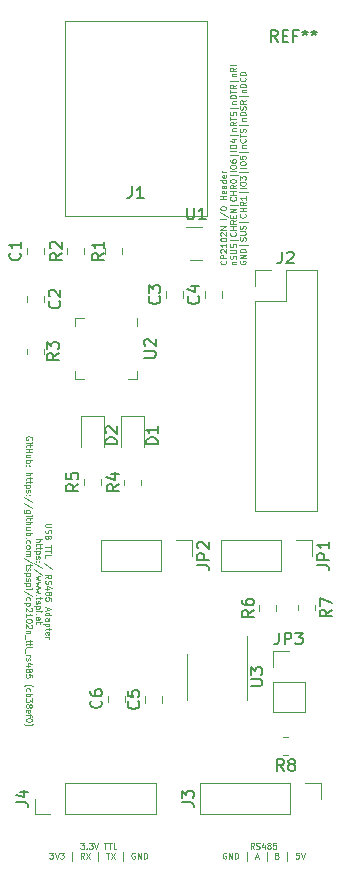
<source format=gto>
G04 #@! TF.GenerationSoftware,KiCad,Pcbnew,(5.1.9)-1*
G04 #@! TF.CreationDate,2023-04-23T22:26:49+02:00*
G04 #@! TF.ProjectId,cp2102rs485,63703231-3032-4727-9334-38352e6b6963,rev?*
G04 #@! TF.SameCoordinates,Original*
G04 #@! TF.FileFunction,Legend,Top*
G04 #@! TF.FilePolarity,Positive*
%FSLAX46Y46*%
G04 Gerber Fmt 4.6, Leading zero omitted, Abs format (unit mm)*
G04 Created by KiCad (PCBNEW (5.1.9)-1) date 2023-04-23 22:26:49*
%MOMM*%
%LPD*%
G01*
G04 APERTURE LIST*
%ADD10C,0.075000*%
%ADD11C,0.120000*%
%ADD12C,0.150000*%
G04 APERTURE END LIST*
D10*
X99683571Y-46536488D02*
X99707380Y-46560297D01*
X99731190Y-46631726D01*
X99731190Y-46679345D01*
X99707380Y-46750773D01*
X99659761Y-46798392D01*
X99612142Y-46822202D01*
X99516904Y-46846011D01*
X99445476Y-46846011D01*
X99350238Y-46822202D01*
X99302619Y-46798392D01*
X99255000Y-46750773D01*
X99231190Y-46679345D01*
X99231190Y-46631726D01*
X99255000Y-46560297D01*
X99278809Y-46536488D01*
X99731190Y-46322202D02*
X99231190Y-46322202D01*
X99231190Y-46131726D01*
X99255000Y-46084107D01*
X99278809Y-46060297D01*
X99326428Y-46036488D01*
X99397857Y-46036488D01*
X99445476Y-46060297D01*
X99469285Y-46084107D01*
X99493095Y-46131726D01*
X99493095Y-46322202D01*
X99278809Y-45846011D02*
X99255000Y-45822202D01*
X99231190Y-45774583D01*
X99231190Y-45655535D01*
X99255000Y-45607916D01*
X99278809Y-45584107D01*
X99326428Y-45560297D01*
X99374047Y-45560297D01*
X99445476Y-45584107D01*
X99731190Y-45869821D01*
X99731190Y-45560297D01*
X99731190Y-45084107D02*
X99731190Y-45369821D01*
X99731190Y-45226964D02*
X99231190Y-45226964D01*
X99302619Y-45274583D01*
X99350238Y-45322202D01*
X99374047Y-45369821D01*
X99231190Y-44774583D02*
X99231190Y-44726964D01*
X99255000Y-44679345D01*
X99278809Y-44655535D01*
X99326428Y-44631726D01*
X99421666Y-44607916D01*
X99540714Y-44607916D01*
X99635952Y-44631726D01*
X99683571Y-44655535D01*
X99707380Y-44679345D01*
X99731190Y-44726964D01*
X99731190Y-44774583D01*
X99707380Y-44822202D01*
X99683571Y-44846011D01*
X99635952Y-44869821D01*
X99540714Y-44893630D01*
X99421666Y-44893630D01*
X99326428Y-44869821D01*
X99278809Y-44846011D01*
X99255000Y-44822202D01*
X99231190Y-44774583D01*
X99278809Y-44417440D02*
X99255000Y-44393630D01*
X99231190Y-44346011D01*
X99231190Y-44226964D01*
X99255000Y-44179345D01*
X99278809Y-44155535D01*
X99326428Y-44131726D01*
X99374047Y-44131726D01*
X99445476Y-44155535D01*
X99731190Y-44441250D01*
X99731190Y-44131726D01*
X99731190Y-43917440D02*
X99231190Y-43917440D01*
X99731190Y-43631726D01*
X99231190Y-43631726D01*
X99731190Y-43012678D02*
X99231190Y-43012678D01*
X99207380Y-42417440D02*
X99850238Y-42846011D01*
X99231190Y-42155535D02*
X99231190Y-42060297D01*
X99255000Y-42012678D01*
X99302619Y-41965059D01*
X99397857Y-41941250D01*
X99564523Y-41941250D01*
X99659761Y-41965059D01*
X99707380Y-42012678D01*
X99731190Y-42060297D01*
X99731190Y-42155535D01*
X99707380Y-42203154D01*
X99659761Y-42250773D01*
X99564523Y-42274583D01*
X99397857Y-42274583D01*
X99302619Y-42250773D01*
X99255000Y-42203154D01*
X99231190Y-42155535D01*
X99731190Y-41346011D02*
X99231190Y-41346011D01*
X99469285Y-41346011D02*
X99469285Y-41060297D01*
X99731190Y-41060297D02*
X99231190Y-41060297D01*
X99707380Y-40631726D02*
X99731190Y-40679345D01*
X99731190Y-40774583D01*
X99707380Y-40822202D01*
X99659761Y-40846011D01*
X99469285Y-40846011D01*
X99421666Y-40822202D01*
X99397857Y-40774583D01*
X99397857Y-40679345D01*
X99421666Y-40631726D01*
X99469285Y-40607916D01*
X99516904Y-40607916D01*
X99564523Y-40846011D01*
X99731190Y-40179345D02*
X99469285Y-40179345D01*
X99421666Y-40203154D01*
X99397857Y-40250773D01*
X99397857Y-40346011D01*
X99421666Y-40393630D01*
X99707380Y-40179345D02*
X99731190Y-40226964D01*
X99731190Y-40346011D01*
X99707380Y-40393630D01*
X99659761Y-40417440D01*
X99612142Y-40417440D01*
X99564523Y-40393630D01*
X99540714Y-40346011D01*
X99540714Y-40226964D01*
X99516904Y-40179345D01*
X99731190Y-39726964D02*
X99231190Y-39726964D01*
X99707380Y-39726964D02*
X99731190Y-39774583D01*
X99731190Y-39869821D01*
X99707380Y-39917440D01*
X99683571Y-39941250D01*
X99635952Y-39965059D01*
X99493095Y-39965059D01*
X99445476Y-39941250D01*
X99421666Y-39917440D01*
X99397857Y-39869821D01*
X99397857Y-39774583D01*
X99421666Y-39726964D01*
X99707380Y-39298392D02*
X99731190Y-39346011D01*
X99731190Y-39441250D01*
X99707380Y-39488869D01*
X99659761Y-39512678D01*
X99469285Y-39512678D01*
X99421666Y-39488869D01*
X99397857Y-39441250D01*
X99397857Y-39346011D01*
X99421666Y-39298392D01*
X99469285Y-39274583D01*
X99516904Y-39274583D01*
X99564523Y-39512678D01*
X99731190Y-39060297D02*
X99397857Y-39060297D01*
X99493095Y-39060297D02*
X99445476Y-39036488D01*
X99421666Y-39012678D01*
X99397857Y-38965059D01*
X99397857Y-38917440D01*
X100222857Y-46822202D02*
X100556190Y-46822202D01*
X100270476Y-46822202D02*
X100246666Y-46798392D01*
X100222857Y-46750773D01*
X100222857Y-46679345D01*
X100246666Y-46631726D01*
X100294285Y-46607916D01*
X100556190Y-46607916D01*
X100532380Y-46393630D02*
X100556190Y-46322202D01*
X100556190Y-46203154D01*
X100532380Y-46155535D01*
X100508571Y-46131726D01*
X100460952Y-46107916D01*
X100413333Y-46107916D01*
X100365714Y-46131726D01*
X100341904Y-46155535D01*
X100318095Y-46203154D01*
X100294285Y-46298392D01*
X100270476Y-46346011D01*
X100246666Y-46369821D01*
X100199047Y-46393630D01*
X100151428Y-46393630D01*
X100103809Y-46369821D01*
X100080000Y-46346011D01*
X100056190Y-46298392D01*
X100056190Y-46179345D01*
X100080000Y-46107916D01*
X100056190Y-45893630D02*
X100460952Y-45893630D01*
X100508571Y-45869821D01*
X100532380Y-45846011D01*
X100556190Y-45798392D01*
X100556190Y-45703154D01*
X100532380Y-45655535D01*
X100508571Y-45631726D01*
X100460952Y-45607916D01*
X100056190Y-45607916D01*
X100532380Y-45393630D02*
X100556190Y-45322202D01*
X100556190Y-45203154D01*
X100532380Y-45155535D01*
X100508571Y-45131726D01*
X100460952Y-45107916D01*
X100413333Y-45107916D01*
X100365714Y-45131726D01*
X100341904Y-45155535D01*
X100318095Y-45203154D01*
X100294285Y-45298392D01*
X100270476Y-45346011D01*
X100246666Y-45369821D01*
X100199047Y-45393630D01*
X100151428Y-45393630D01*
X100103809Y-45369821D01*
X100080000Y-45346011D01*
X100056190Y-45298392D01*
X100056190Y-45179345D01*
X100080000Y-45107916D01*
X100722857Y-44774583D02*
X100008571Y-44774583D01*
X100508571Y-44131726D02*
X100532380Y-44155535D01*
X100556190Y-44226964D01*
X100556190Y-44274583D01*
X100532380Y-44346011D01*
X100484761Y-44393630D01*
X100437142Y-44417440D01*
X100341904Y-44441250D01*
X100270476Y-44441250D01*
X100175238Y-44417440D01*
X100127619Y-44393630D01*
X100080000Y-44346011D01*
X100056190Y-44274583D01*
X100056190Y-44226964D01*
X100080000Y-44155535D01*
X100103809Y-44131726D01*
X100556190Y-43917440D02*
X100056190Y-43917440D01*
X100294285Y-43917440D02*
X100294285Y-43631726D01*
X100556190Y-43631726D02*
X100056190Y-43631726D01*
X100556190Y-43107916D02*
X100318095Y-43274583D01*
X100556190Y-43393630D02*
X100056190Y-43393630D01*
X100056190Y-43203154D01*
X100080000Y-43155535D01*
X100103809Y-43131726D01*
X100151428Y-43107916D01*
X100222857Y-43107916D01*
X100270476Y-43131726D01*
X100294285Y-43155535D01*
X100318095Y-43203154D01*
X100318095Y-43393630D01*
X100294285Y-42893630D02*
X100294285Y-42726964D01*
X100556190Y-42655535D02*
X100556190Y-42893630D01*
X100056190Y-42893630D01*
X100056190Y-42655535D01*
X100556190Y-42441250D02*
X100056190Y-42441250D01*
X100556190Y-42155535D01*
X100056190Y-42155535D01*
X100722857Y-41798392D02*
X100008571Y-41798392D01*
X100508571Y-41155535D02*
X100532380Y-41179345D01*
X100556190Y-41250773D01*
X100556190Y-41298392D01*
X100532380Y-41369821D01*
X100484761Y-41417440D01*
X100437142Y-41441250D01*
X100341904Y-41465059D01*
X100270476Y-41465059D01*
X100175238Y-41441250D01*
X100127619Y-41417440D01*
X100080000Y-41369821D01*
X100056190Y-41298392D01*
X100056190Y-41250773D01*
X100080000Y-41179345D01*
X100103809Y-41155535D01*
X100556190Y-40941250D02*
X100056190Y-40941250D01*
X100294285Y-40941250D02*
X100294285Y-40655535D01*
X100556190Y-40655535D02*
X100056190Y-40655535D01*
X100556190Y-40131726D02*
X100318095Y-40298392D01*
X100556190Y-40417440D02*
X100056190Y-40417440D01*
X100056190Y-40226964D01*
X100080000Y-40179345D01*
X100103809Y-40155535D01*
X100151428Y-40131726D01*
X100222857Y-40131726D01*
X100270476Y-40155535D01*
X100294285Y-40179345D01*
X100318095Y-40226964D01*
X100318095Y-40417440D01*
X100056190Y-39822202D02*
X100056190Y-39774583D01*
X100080000Y-39726964D01*
X100103809Y-39703154D01*
X100151428Y-39679345D01*
X100246666Y-39655535D01*
X100365714Y-39655535D01*
X100460952Y-39679345D01*
X100508571Y-39703154D01*
X100532380Y-39726964D01*
X100556190Y-39774583D01*
X100556190Y-39822202D01*
X100532380Y-39869821D01*
X100508571Y-39893630D01*
X100460952Y-39917440D01*
X100365714Y-39941250D01*
X100246666Y-39941250D01*
X100151428Y-39917440D01*
X100103809Y-39893630D01*
X100080000Y-39869821D01*
X100056190Y-39822202D01*
X100722857Y-39322202D02*
X100008571Y-39322202D01*
X100556190Y-38965059D02*
X100056190Y-38965059D01*
X100056190Y-38631726D02*
X100056190Y-38536488D01*
X100080000Y-38488869D01*
X100127619Y-38441250D01*
X100222857Y-38417440D01*
X100389523Y-38417440D01*
X100484761Y-38441250D01*
X100532380Y-38488869D01*
X100556190Y-38536488D01*
X100556190Y-38631726D01*
X100532380Y-38679345D01*
X100484761Y-38726964D01*
X100389523Y-38750773D01*
X100222857Y-38750773D01*
X100127619Y-38726964D01*
X100080000Y-38679345D01*
X100056190Y-38631726D01*
X100056190Y-37988869D02*
X100056190Y-38084107D01*
X100080000Y-38131726D01*
X100103809Y-38155535D01*
X100175238Y-38203154D01*
X100270476Y-38226964D01*
X100460952Y-38226964D01*
X100508571Y-38203154D01*
X100532380Y-38179345D01*
X100556190Y-38131726D01*
X100556190Y-38036488D01*
X100532380Y-37988869D01*
X100508571Y-37965059D01*
X100460952Y-37941250D01*
X100341904Y-37941250D01*
X100294285Y-37965059D01*
X100270476Y-37988869D01*
X100246666Y-38036488D01*
X100246666Y-38131726D01*
X100270476Y-38179345D01*
X100294285Y-38203154D01*
X100341904Y-38226964D01*
X100722857Y-37607916D02*
X100008571Y-37607916D01*
X100556190Y-37250773D02*
X100056190Y-37250773D01*
X100056190Y-36917440D02*
X100056190Y-36822202D01*
X100080000Y-36774583D01*
X100127619Y-36726964D01*
X100222857Y-36703154D01*
X100389523Y-36703154D01*
X100484761Y-36726964D01*
X100532380Y-36774583D01*
X100556190Y-36822202D01*
X100556190Y-36917440D01*
X100532380Y-36965059D01*
X100484761Y-37012678D01*
X100389523Y-37036488D01*
X100222857Y-37036488D01*
X100127619Y-37012678D01*
X100080000Y-36965059D01*
X100056190Y-36917440D01*
X100222857Y-36274583D02*
X100556190Y-36274583D01*
X100032380Y-36393630D02*
X100389523Y-36512678D01*
X100389523Y-36203154D01*
X100722857Y-35893630D02*
X100008571Y-35893630D01*
X100222857Y-35536488D02*
X100556190Y-35536488D01*
X100270476Y-35536488D02*
X100246666Y-35512678D01*
X100222857Y-35465059D01*
X100222857Y-35393630D01*
X100246666Y-35346011D01*
X100294285Y-35322202D01*
X100556190Y-35322202D01*
X100556190Y-34798392D02*
X100318095Y-34965059D01*
X100556190Y-35084107D02*
X100056190Y-35084107D01*
X100056190Y-34893630D01*
X100080000Y-34846011D01*
X100103809Y-34822202D01*
X100151428Y-34798392D01*
X100222857Y-34798392D01*
X100270476Y-34822202D01*
X100294285Y-34846011D01*
X100318095Y-34893630D01*
X100318095Y-35084107D01*
X100056190Y-34655535D02*
X100056190Y-34369821D01*
X100556190Y-34512678D02*
X100056190Y-34512678D01*
X100532380Y-34226964D02*
X100556190Y-34155535D01*
X100556190Y-34036488D01*
X100532380Y-33988869D01*
X100508571Y-33965059D01*
X100460952Y-33941250D01*
X100413333Y-33941250D01*
X100365714Y-33965059D01*
X100341904Y-33988869D01*
X100318095Y-34036488D01*
X100294285Y-34131726D01*
X100270476Y-34179345D01*
X100246666Y-34203154D01*
X100199047Y-34226964D01*
X100151428Y-34226964D01*
X100103809Y-34203154D01*
X100080000Y-34179345D01*
X100056190Y-34131726D01*
X100056190Y-34012678D01*
X100080000Y-33941250D01*
X100722857Y-33607916D02*
X100008571Y-33607916D01*
X100222857Y-33250773D02*
X100556190Y-33250773D01*
X100270476Y-33250773D02*
X100246666Y-33226964D01*
X100222857Y-33179345D01*
X100222857Y-33107916D01*
X100246666Y-33060297D01*
X100294285Y-33036488D01*
X100556190Y-33036488D01*
X100556190Y-32798392D02*
X100056190Y-32798392D01*
X100056190Y-32679345D01*
X100080000Y-32607916D01*
X100127619Y-32560297D01*
X100175238Y-32536488D01*
X100270476Y-32512678D01*
X100341904Y-32512678D01*
X100437142Y-32536488D01*
X100484761Y-32560297D01*
X100532380Y-32607916D01*
X100556190Y-32679345D01*
X100556190Y-32798392D01*
X100056190Y-32369821D02*
X100056190Y-32084107D01*
X100556190Y-32226964D02*
X100056190Y-32226964D01*
X100556190Y-31631726D02*
X100318095Y-31798392D01*
X100556190Y-31917440D02*
X100056190Y-31917440D01*
X100056190Y-31726964D01*
X100080000Y-31679345D01*
X100103809Y-31655535D01*
X100151428Y-31631726D01*
X100222857Y-31631726D01*
X100270476Y-31655535D01*
X100294285Y-31679345D01*
X100318095Y-31726964D01*
X100318095Y-31917440D01*
X100722857Y-31298392D02*
X100008571Y-31298392D01*
X100222857Y-30941250D02*
X100556190Y-30941250D01*
X100270476Y-30941250D02*
X100246666Y-30917440D01*
X100222857Y-30869821D01*
X100222857Y-30798392D01*
X100246666Y-30750773D01*
X100294285Y-30726964D01*
X100556190Y-30726964D01*
X100556190Y-30203154D02*
X100318095Y-30369821D01*
X100556190Y-30488869D02*
X100056190Y-30488869D01*
X100056190Y-30298392D01*
X100080000Y-30250773D01*
X100103809Y-30226964D01*
X100151428Y-30203154D01*
X100222857Y-30203154D01*
X100270476Y-30226964D01*
X100294285Y-30250773D01*
X100318095Y-30298392D01*
X100318095Y-30488869D01*
X100556190Y-29988869D02*
X100056190Y-29988869D01*
X100905000Y-46560297D02*
X100881190Y-46607916D01*
X100881190Y-46679345D01*
X100905000Y-46750773D01*
X100952619Y-46798392D01*
X101000238Y-46822202D01*
X101095476Y-46846011D01*
X101166904Y-46846011D01*
X101262142Y-46822202D01*
X101309761Y-46798392D01*
X101357380Y-46750773D01*
X101381190Y-46679345D01*
X101381190Y-46631726D01*
X101357380Y-46560297D01*
X101333571Y-46536488D01*
X101166904Y-46536488D01*
X101166904Y-46631726D01*
X101381190Y-46322202D02*
X100881190Y-46322202D01*
X101381190Y-46036488D01*
X100881190Y-46036488D01*
X101381190Y-45798392D02*
X100881190Y-45798392D01*
X100881190Y-45679345D01*
X100905000Y-45607916D01*
X100952619Y-45560297D01*
X101000238Y-45536488D01*
X101095476Y-45512678D01*
X101166904Y-45512678D01*
X101262142Y-45536488D01*
X101309761Y-45560297D01*
X101357380Y-45607916D01*
X101381190Y-45679345D01*
X101381190Y-45798392D01*
X101547857Y-45179345D02*
X100833571Y-45179345D01*
X101357380Y-44846011D02*
X101381190Y-44774583D01*
X101381190Y-44655535D01*
X101357380Y-44607916D01*
X101333571Y-44584107D01*
X101285952Y-44560297D01*
X101238333Y-44560297D01*
X101190714Y-44584107D01*
X101166904Y-44607916D01*
X101143095Y-44655535D01*
X101119285Y-44750773D01*
X101095476Y-44798392D01*
X101071666Y-44822202D01*
X101024047Y-44846011D01*
X100976428Y-44846011D01*
X100928809Y-44822202D01*
X100905000Y-44798392D01*
X100881190Y-44750773D01*
X100881190Y-44631726D01*
X100905000Y-44560297D01*
X100881190Y-44346011D02*
X101285952Y-44346011D01*
X101333571Y-44322202D01*
X101357380Y-44298392D01*
X101381190Y-44250773D01*
X101381190Y-44155535D01*
X101357380Y-44107916D01*
X101333571Y-44084107D01*
X101285952Y-44060297D01*
X100881190Y-44060297D01*
X101357380Y-43846011D02*
X101381190Y-43774583D01*
X101381190Y-43655535D01*
X101357380Y-43607916D01*
X101333571Y-43584107D01*
X101285952Y-43560297D01*
X101238333Y-43560297D01*
X101190714Y-43584107D01*
X101166904Y-43607916D01*
X101143095Y-43655535D01*
X101119285Y-43750773D01*
X101095476Y-43798392D01*
X101071666Y-43822202D01*
X101024047Y-43846011D01*
X100976428Y-43846011D01*
X100928809Y-43822202D01*
X100905000Y-43798392D01*
X100881190Y-43750773D01*
X100881190Y-43631726D01*
X100905000Y-43560297D01*
X101547857Y-43226964D02*
X100833571Y-43226964D01*
X101333571Y-42584107D02*
X101357380Y-42607916D01*
X101381190Y-42679345D01*
X101381190Y-42726964D01*
X101357380Y-42798392D01*
X101309761Y-42846011D01*
X101262142Y-42869821D01*
X101166904Y-42893630D01*
X101095476Y-42893630D01*
X101000238Y-42869821D01*
X100952619Y-42846011D01*
X100905000Y-42798392D01*
X100881190Y-42726964D01*
X100881190Y-42679345D01*
X100905000Y-42607916D01*
X100928809Y-42584107D01*
X101381190Y-42369821D02*
X100881190Y-42369821D01*
X101119285Y-42369821D02*
X101119285Y-42084107D01*
X101381190Y-42084107D02*
X100881190Y-42084107D01*
X101381190Y-41560297D02*
X101143095Y-41726964D01*
X101381190Y-41846011D02*
X100881190Y-41846011D01*
X100881190Y-41655535D01*
X100905000Y-41607916D01*
X100928809Y-41584107D01*
X100976428Y-41560297D01*
X101047857Y-41560297D01*
X101095476Y-41584107D01*
X101119285Y-41607916D01*
X101143095Y-41655535D01*
X101143095Y-41846011D01*
X101381190Y-41084107D02*
X101381190Y-41369821D01*
X101381190Y-41226964D02*
X100881190Y-41226964D01*
X100952619Y-41274583D01*
X101000238Y-41322202D01*
X101024047Y-41369821D01*
X101547857Y-40750773D02*
X100833571Y-40750773D01*
X101381190Y-40393630D02*
X100881190Y-40393630D01*
X100881190Y-40060297D02*
X100881190Y-39965059D01*
X100905000Y-39917440D01*
X100952619Y-39869821D01*
X101047857Y-39846011D01*
X101214523Y-39846011D01*
X101309761Y-39869821D01*
X101357380Y-39917440D01*
X101381190Y-39965059D01*
X101381190Y-40060297D01*
X101357380Y-40107916D01*
X101309761Y-40155535D01*
X101214523Y-40179345D01*
X101047857Y-40179345D01*
X100952619Y-40155535D01*
X100905000Y-40107916D01*
X100881190Y-40060297D01*
X100881190Y-39679345D02*
X100881190Y-39369821D01*
X101071666Y-39536488D01*
X101071666Y-39465059D01*
X101095476Y-39417440D01*
X101119285Y-39393630D01*
X101166904Y-39369821D01*
X101285952Y-39369821D01*
X101333571Y-39393630D01*
X101357380Y-39417440D01*
X101381190Y-39465059D01*
X101381190Y-39607916D01*
X101357380Y-39655535D01*
X101333571Y-39679345D01*
X101547857Y-39036488D02*
X100833571Y-39036488D01*
X101381190Y-38679345D02*
X100881190Y-38679345D01*
X100881190Y-38346011D02*
X100881190Y-38250773D01*
X100905000Y-38203154D01*
X100952619Y-38155535D01*
X101047857Y-38131726D01*
X101214523Y-38131726D01*
X101309761Y-38155535D01*
X101357380Y-38203154D01*
X101381190Y-38250773D01*
X101381190Y-38346011D01*
X101357380Y-38393630D01*
X101309761Y-38441250D01*
X101214523Y-38465059D01*
X101047857Y-38465059D01*
X100952619Y-38441250D01*
X100905000Y-38393630D01*
X100881190Y-38346011D01*
X100881190Y-37679345D02*
X100881190Y-37917440D01*
X101119285Y-37941250D01*
X101095476Y-37917440D01*
X101071666Y-37869821D01*
X101071666Y-37750773D01*
X101095476Y-37703154D01*
X101119285Y-37679345D01*
X101166904Y-37655535D01*
X101285952Y-37655535D01*
X101333571Y-37679345D01*
X101357380Y-37703154D01*
X101381190Y-37750773D01*
X101381190Y-37869821D01*
X101357380Y-37917440D01*
X101333571Y-37941250D01*
X101547857Y-37322202D02*
X100833571Y-37322202D01*
X101047857Y-36965059D02*
X101381190Y-36965059D01*
X101095476Y-36965059D02*
X101071666Y-36941250D01*
X101047857Y-36893630D01*
X101047857Y-36822202D01*
X101071666Y-36774583D01*
X101119285Y-36750773D01*
X101381190Y-36750773D01*
X101333571Y-36226964D02*
X101357380Y-36250773D01*
X101381190Y-36322202D01*
X101381190Y-36369821D01*
X101357380Y-36441250D01*
X101309761Y-36488869D01*
X101262142Y-36512678D01*
X101166904Y-36536488D01*
X101095476Y-36536488D01*
X101000238Y-36512678D01*
X100952619Y-36488869D01*
X100905000Y-36441250D01*
X100881190Y-36369821D01*
X100881190Y-36322202D01*
X100905000Y-36250773D01*
X100928809Y-36226964D01*
X100881190Y-36084107D02*
X100881190Y-35798392D01*
X101381190Y-35941250D02*
X100881190Y-35941250D01*
X101357380Y-35655535D02*
X101381190Y-35584107D01*
X101381190Y-35465059D01*
X101357380Y-35417440D01*
X101333571Y-35393630D01*
X101285952Y-35369821D01*
X101238333Y-35369821D01*
X101190714Y-35393630D01*
X101166904Y-35417440D01*
X101143095Y-35465059D01*
X101119285Y-35560297D01*
X101095476Y-35607916D01*
X101071666Y-35631726D01*
X101024047Y-35655535D01*
X100976428Y-35655535D01*
X100928809Y-35631726D01*
X100905000Y-35607916D01*
X100881190Y-35560297D01*
X100881190Y-35441250D01*
X100905000Y-35369821D01*
X101547857Y-35036488D02*
X100833571Y-35036488D01*
X101047857Y-34679345D02*
X101381190Y-34679345D01*
X101095476Y-34679345D02*
X101071666Y-34655535D01*
X101047857Y-34607916D01*
X101047857Y-34536488D01*
X101071666Y-34488869D01*
X101119285Y-34465059D01*
X101381190Y-34465059D01*
X101381190Y-34226964D02*
X100881190Y-34226964D01*
X100881190Y-34107916D01*
X100905000Y-34036488D01*
X100952619Y-33988869D01*
X101000238Y-33965059D01*
X101095476Y-33941250D01*
X101166904Y-33941250D01*
X101262142Y-33965059D01*
X101309761Y-33988869D01*
X101357380Y-34036488D01*
X101381190Y-34107916D01*
X101381190Y-34226964D01*
X101357380Y-33750773D02*
X101381190Y-33679345D01*
X101381190Y-33560297D01*
X101357380Y-33512678D01*
X101333571Y-33488869D01*
X101285952Y-33465059D01*
X101238333Y-33465059D01*
X101190714Y-33488869D01*
X101166904Y-33512678D01*
X101143095Y-33560297D01*
X101119285Y-33655535D01*
X101095476Y-33703154D01*
X101071666Y-33726964D01*
X101024047Y-33750773D01*
X100976428Y-33750773D01*
X100928809Y-33726964D01*
X100905000Y-33703154D01*
X100881190Y-33655535D01*
X100881190Y-33536488D01*
X100905000Y-33465059D01*
X101381190Y-32965059D02*
X101143095Y-33131726D01*
X101381190Y-33250773D02*
X100881190Y-33250773D01*
X100881190Y-33060297D01*
X100905000Y-33012678D01*
X100928809Y-32988869D01*
X100976428Y-32965059D01*
X101047857Y-32965059D01*
X101095476Y-32988869D01*
X101119285Y-33012678D01*
X101143095Y-33060297D01*
X101143095Y-33250773D01*
X101547857Y-32631726D02*
X100833571Y-32631726D01*
X101047857Y-32274583D02*
X101381190Y-32274583D01*
X101095476Y-32274583D02*
X101071666Y-32250773D01*
X101047857Y-32203154D01*
X101047857Y-32131726D01*
X101071666Y-32084107D01*
X101119285Y-32060297D01*
X101381190Y-32060297D01*
X101381190Y-31822202D02*
X100881190Y-31822202D01*
X100881190Y-31703154D01*
X100905000Y-31631726D01*
X100952619Y-31584107D01*
X101000238Y-31560297D01*
X101095476Y-31536488D01*
X101166904Y-31536488D01*
X101262142Y-31560297D01*
X101309761Y-31584107D01*
X101357380Y-31631726D01*
X101381190Y-31703154D01*
X101381190Y-31822202D01*
X101333571Y-31036488D02*
X101357380Y-31060297D01*
X101381190Y-31131726D01*
X101381190Y-31179345D01*
X101357380Y-31250773D01*
X101309761Y-31298392D01*
X101262142Y-31322202D01*
X101166904Y-31346011D01*
X101095476Y-31346011D01*
X101000238Y-31322202D01*
X100952619Y-31298392D01*
X100905000Y-31250773D01*
X100881190Y-31179345D01*
X100881190Y-31131726D01*
X100905000Y-31060297D01*
X100928809Y-31036488D01*
X101381190Y-30822202D02*
X100881190Y-30822202D01*
X100881190Y-30703154D01*
X100905000Y-30631726D01*
X100952619Y-30584107D01*
X101000238Y-30560297D01*
X101095476Y-30536488D01*
X101166904Y-30536488D01*
X101262142Y-30560297D01*
X101309761Y-30584107D01*
X101357380Y-30631726D01*
X101381190Y-30703154D01*
X101381190Y-30822202D01*
X84918809Y-68814761D02*
X84514047Y-68814761D01*
X84466428Y-68838571D01*
X84442619Y-68862380D01*
X84418809Y-68910000D01*
X84418809Y-69005238D01*
X84442619Y-69052857D01*
X84466428Y-69076666D01*
X84514047Y-69100476D01*
X84918809Y-69100476D01*
X84442619Y-69314761D02*
X84418809Y-69386190D01*
X84418809Y-69505238D01*
X84442619Y-69552857D01*
X84466428Y-69576666D01*
X84514047Y-69600476D01*
X84561666Y-69600476D01*
X84609285Y-69576666D01*
X84633095Y-69552857D01*
X84656904Y-69505238D01*
X84680714Y-69410000D01*
X84704523Y-69362380D01*
X84728333Y-69338571D01*
X84775952Y-69314761D01*
X84823571Y-69314761D01*
X84871190Y-69338571D01*
X84895000Y-69362380D01*
X84918809Y-69410000D01*
X84918809Y-69529047D01*
X84895000Y-69600476D01*
X84680714Y-69981428D02*
X84656904Y-70052857D01*
X84633095Y-70076666D01*
X84585476Y-70100476D01*
X84514047Y-70100476D01*
X84466428Y-70076666D01*
X84442619Y-70052857D01*
X84418809Y-70005238D01*
X84418809Y-69814761D01*
X84918809Y-69814761D01*
X84918809Y-69981428D01*
X84895000Y-70029047D01*
X84871190Y-70052857D01*
X84823571Y-70076666D01*
X84775952Y-70076666D01*
X84728333Y-70052857D01*
X84704523Y-70029047D01*
X84680714Y-69981428D01*
X84680714Y-69814761D01*
X84918809Y-70624285D02*
X84918809Y-70910000D01*
X84418809Y-70767142D02*
X84918809Y-70767142D01*
X84918809Y-71005238D02*
X84918809Y-71290952D01*
X84418809Y-71148095D02*
X84918809Y-71148095D01*
X84418809Y-71695714D02*
X84418809Y-71457619D01*
X84918809Y-71457619D01*
X84942619Y-72600476D02*
X84299761Y-72171904D01*
X84418809Y-73433809D02*
X84656904Y-73267142D01*
X84418809Y-73148095D02*
X84918809Y-73148095D01*
X84918809Y-73338571D01*
X84895000Y-73386190D01*
X84871190Y-73410000D01*
X84823571Y-73433809D01*
X84752142Y-73433809D01*
X84704523Y-73410000D01*
X84680714Y-73386190D01*
X84656904Y-73338571D01*
X84656904Y-73148095D01*
X84442619Y-73624285D02*
X84418809Y-73695714D01*
X84418809Y-73814761D01*
X84442619Y-73862380D01*
X84466428Y-73886190D01*
X84514047Y-73910000D01*
X84561666Y-73910000D01*
X84609285Y-73886190D01*
X84633095Y-73862380D01*
X84656904Y-73814761D01*
X84680714Y-73719523D01*
X84704523Y-73671904D01*
X84728333Y-73648095D01*
X84775952Y-73624285D01*
X84823571Y-73624285D01*
X84871190Y-73648095D01*
X84895000Y-73671904D01*
X84918809Y-73719523D01*
X84918809Y-73838571D01*
X84895000Y-73910000D01*
X84752142Y-74338571D02*
X84418809Y-74338571D01*
X84942619Y-74219523D02*
X84585476Y-74100476D01*
X84585476Y-74410000D01*
X84704523Y-74671904D02*
X84728333Y-74624285D01*
X84752142Y-74600476D01*
X84799761Y-74576666D01*
X84823571Y-74576666D01*
X84871190Y-74600476D01*
X84895000Y-74624285D01*
X84918809Y-74671904D01*
X84918809Y-74767142D01*
X84895000Y-74814761D01*
X84871190Y-74838571D01*
X84823571Y-74862380D01*
X84799761Y-74862380D01*
X84752142Y-74838571D01*
X84728333Y-74814761D01*
X84704523Y-74767142D01*
X84704523Y-74671904D01*
X84680714Y-74624285D01*
X84656904Y-74600476D01*
X84609285Y-74576666D01*
X84514047Y-74576666D01*
X84466428Y-74600476D01*
X84442619Y-74624285D01*
X84418809Y-74671904D01*
X84418809Y-74767142D01*
X84442619Y-74814761D01*
X84466428Y-74838571D01*
X84514047Y-74862380D01*
X84609285Y-74862380D01*
X84656904Y-74838571D01*
X84680714Y-74814761D01*
X84704523Y-74767142D01*
X84918809Y-75314761D02*
X84918809Y-75076666D01*
X84680714Y-75052857D01*
X84704523Y-75076666D01*
X84728333Y-75124285D01*
X84728333Y-75243333D01*
X84704523Y-75290952D01*
X84680714Y-75314761D01*
X84633095Y-75338571D01*
X84514047Y-75338571D01*
X84466428Y-75314761D01*
X84442619Y-75290952D01*
X84418809Y-75243333D01*
X84418809Y-75124285D01*
X84442619Y-75076666D01*
X84466428Y-75052857D01*
X84561666Y-75910000D02*
X84561666Y-76148095D01*
X84418809Y-75862380D02*
X84918809Y-76029047D01*
X84418809Y-76195714D01*
X84418809Y-76576666D02*
X84918809Y-76576666D01*
X84442619Y-76576666D02*
X84418809Y-76529047D01*
X84418809Y-76433809D01*
X84442619Y-76386190D01*
X84466428Y-76362380D01*
X84514047Y-76338571D01*
X84656904Y-76338571D01*
X84704523Y-76362380D01*
X84728333Y-76386190D01*
X84752142Y-76433809D01*
X84752142Y-76529047D01*
X84728333Y-76576666D01*
X84418809Y-77029047D02*
X84680714Y-77029047D01*
X84728333Y-77005238D01*
X84752142Y-76957619D01*
X84752142Y-76862380D01*
X84728333Y-76814761D01*
X84442619Y-77029047D02*
X84418809Y-76981428D01*
X84418809Y-76862380D01*
X84442619Y-76814761D01*
X84490238Y-76790952D01*
X84537857Y-76790952D01*
X84585476Y-76814761D01*
X84609285Y-76862380D01*
X84609285Y-76981428D01*
X84633095Y-77029047D01*
X84752142Y-77267142D02*
X84252142Y-77267142D01*
X84728333Y-77267142D02*
X84752142Y-77314761D01*
X84752142Y-77410000D01*
X84728333Y-77457619D01*
X84704523Y-77481428D01*
X84656904Y-77505238D01*
X84514047Y-77505238D01*
X84466428Y-77481428D01*
X84442619Y-77457619D01*
X84418809Y-77410000D01*
X84418809Y-77314761D01*
X84442619Y-77267142D01*
X84752142Y-77648095D02*
X84752142Y-77838571D01*
X84918809Y-77719523D02*
X84490238Y-77719523D01*
X84442619Y-77743333D01*
X84418809Y-77790952D01*
X84418809Y-77838571D01*
X84442619Y-78195714D02*
X84418809Y-78148095D01*
X84418809Y-78052857D01*
X84442619Y-78005238D01*
X84490238Y-77981428D01*
X84680714Y-77981428D01*
X84728333Y-78005238D01*
X84752142Y-78052857D01*
X84752142Y-78148095D01*
X84728333Y-78195714D01*
X84680714Y-78219523D01*
X84633095Y-78219523D01*
X84585476Y-77981428D01*
X84418809Y-78433809D02*
X84752142Y-78433809D01*
X84656904Y-78433809D02*
X84704523Y-78457619D01*
X84728333Y-78481428D01*
X84752142Y-78529047D01*
X84752142Y-78576666D01*
X83593809Y-70112380D02*
X84093809Y-70112380D01*
X83593809Y-70326666D02*
X83855714Y-70326666D01*
X83903333Y-70302857D01*
X83927142Y-70255238D01*
X83927142Y-70183809D01*
X83903333Y-70136190D01*
X83879523Y-70112380D01*
X83927142Y-70493333D02*
X83927142Y-70683809D01*
X84093809Y-70564761D02*
X83665238Y-70564761D01*
X83617619Y-70588571D01*
X83593809Y-70636190D01*
X83593809Y-70683809D01*
X83927142Y-70779047D02*
X83927142Y-70969523D01*
X84093809Y-70850476D02*
X83665238Y-70850476D01*
X83617619Y-70874285D01*
X83593809Y-70921904D01*
X83593809Y-70969523D01*
X83927142Y-71136190D02*
X83427142Y-71136190D01*
X83903333Y-71136190D02*
X83927142Y-71183809D01*
X83927142Y-71279047D01*
X83903333Y-71326666D01*
X83879523Y-71350476D01*
X83831904Y-71374285D01*
X83689047Y-71374285D01*
X83641428Y-71350476D01*
X83617619Y-71326666D01*
X83593809Y-71279047D01*
X83593809Y-71183809D01*
X83617619Y-71136190D01*
X83617619Y-71564761D02*
X83593809Y-71612380D01*
X83593809Y-71707619D01*
X83617619Y-71755238D01*
X83665238Y-71779047D01*
X83689047Y-71779047D01*
X83736666Y-71755238D01*
X83760476Y-71707619D01*
X83760476Y-71636190D01*
X83784285Y-71588571D01*
X83831904Y-71564761D01*
X83855714Y-71564761D01*
X83903333Y-71588571D01*
X83927142Y-71636190D01*
X83927142Y-71707619D01*
X83903333Y-71755238D01*
X83641428Y-71993333D02*
X83617619Y-72017142D01*
X83593809Y-71993333D01*
X83617619Y-71969523D01*
X83641428Y-71993333D01*
X83593809Y-71993333D01*
X83903333Y-71993333D02*
X83879523Y-72017142D01*
X83855714Y-71993333D01*
X83879523Y-71969523D01*
X83903333Y-71993333D01*
X83855714Y-71993333D01*
X84117619Y-72588571D02*
X83474761Y-72160000D01*
X84117619Y-73112380D02*
X83474761Y-72683809D01*
X83927142Y-73231428D02*
X83593809Y-73326666D01*
X83831904Y-73421904D01*
X83593809Y-73517142D01*
X83927142Y-73612380D01*
X83927142Y-73755238D02*
X83593809Y-73850476D01*
X83831904Y-73945714D01*
X83593809Y-74040952D01*
X83927142Y-74136190D01*
X83927142Y-74279047D02*
X83593809Y-74374285D01*
X83831904Y-74469523D01*
X83593809Y-74564761D01*
X83927142Y-74660000D01*
X83641428Y-74850476D02*
X83617619Y-74874285D01*
X83593809Y-74850476D01*
X83617619Y-74826666D01*
X83641428Y-74850476D01*
X83593809Y-74850476D01*
X83927142Y-75017142D02*
X83927142Y-75207619D01*
X84093809Y-75088571D02*
X83665238Y-75088571D01*
X83617619Y-75112380D01*
X83593809Y-75160000D01*
X83593809Y-75207619D01*
X83617619Y-75350476D02*
X83593809Y-75398095D01*
X83593809Y-75493333D01*
X83617619Y-75540952D01*
X83665238Y-75564761D01*
X83689047Y-75564761D01*
X83736666Y-75540952D01*
X83760476Y-75493333D01*
X83760476Y-75421904D01*
X83784285Y-75374285D01*
X83831904Y-75350476D01*
X83855714Y-75350476D01*
X83903333Y-75374285D01*
X83927142Y-75421904D01*
X83927142Y-75493333D01*
X83903333Y-75540952D01*
X83927142Y-75779047D02*
X83427142Y-75779047D01*
X83903333Y-75779047D02*
X83927142Y-75826666D01*
X83927142Y-75921904D01*
X83903333Y-75969523D01*
X83879523Y-75993333D01*
X83831904Y-76017142D01*
X83689047Y-76017142D01*
X83641428Y-75993333D01*
X83617619Y-75969523D01*
X83593809Y-75921904D01*
X83593809Y-75826666D01*
X83617619Y-75779047D01*
X83593809Y-76231428D02*
X83927142Y-76231428D01*
X84093809Y-76231428D02*
X84070000Y-76207619D01*
X84046190Y-76231428D01*
X84070000Y-76255238D01*
X84093809Y-76231428D01*
X84046190Y-76231428D01*
X83641428Y-76469523D02*
X83617619Y-76493333D01*
X83593809Y-76469523D01*
X83617619Y-76445714D01*
X83641428Y-76469523D01*
X83593809Y-76469523D01*
X83593809Y-76921904D02*
X83855714Y-76921904D01*
X83903333Y-76898095D01*
X83927142Y-76850476D01*
X83927142Y-76755238D01*
X83903333Y-76707619D01*
X83617619Y-76921904D02*
X83593809Y-76874285D01*
X83593809Y-76755238D01*
X83617619Y-76707619D01*
X83665238Y-76683809D01*
X83712857Y-76683809D01*
X83760476Y-76707619D01*
X83784285Y-76755238D01*
X83784285Y-76874285D01*
X83808095Y-76921904D01*
X83927142Y-77088571D02*
X83927142Y-77279047D01*
X84093809Y-77160000D02*
X83665238Y-77160000D01*
X83617619Y-77183809D01*
X83593809Y-77231428D01*
X83593809Y-77279047D01*
X83245000Y-61695714D02*
X83268809Y-61648095D01*
X83268809Y-61576666D01*
X83245000Y-61505238D01*
X83197380Y-61457619D01*
X83149761Y-61433809D01*
X83054523Y-61410000D01*
X82983095Y-61410000D01*
X82887857Y-61433809D01*
X82840238Y-61457619D01*
X82792619Y-61505238D01*
X82768809Y-61576666D01*
X82768809Y-61624285D01*
X82792619Y-61695714D01*
X82816428Y-61719523D01*
X82983095Y-61719523D01*
X82983095Y-61624285D01*
X82768809Y-61933809D02*
X83102142Y-61933809D01*
X83268809Y-61933809D02*
X83245000Y-61910000D01*
X83221190Y-61933809D01*
X83245000Y-61957619D01*
X83268809Y-61933809D01*
X83221190Y-61933809D01*
X83102142Y-62100476D02*
X83102142Y-62290952D01*
X83268809Y-62171904D02*
X82840238Y-62171904D01*
X82792619Y-62195714D01*
X82768809Y-62243333D01*
X82768809Y-62290952D01*
X82768809Y-62457619D02*
X83268809Y-62457619D01*
X83030714Y-62457619D02*
X83030714Y-62743333D01*
X82768809Y-62743333D02*
X83268809Y-62743333D01*
X83102142Y-63195714D02*
X82768809Y-63195714D01*
X83102142Y-62981428D02*
X82840238Y-62981428D01*
X82792619Y-63005238D01*
X82768809Y-63052857D01*
X82768809Y-63124285D01*
X82792619Y-63171904D01*
X82816428Y-63195714D01*
X82768809Y-63433809D02*
X83268809Y-63433809D01*
X83078333Y-63433809D02*
X83102142Y-63481428D01*
X83102142Y-63576666D01*
X83078333Y-63624285D01*
X83054523Y-63648095D01*
X83006904Y-63671904D01*
X82864047Y-63671904D01*
X82816428Y-63648095D01*
X82792619Y-63624285D01*
X82768809Y-63576666D01*
X82768809Y-63481428D01*
X82792619Y-63433809D01*
X82816428Y-63886190D02*
X82792619Y-63910000D01*
X82768809Y-63886190D01*
X82792619Y-63862380D01*
X82816428Y-63886190D01*
X82768809Y-63886190D01*
X83078333Y-63886190D02*
X83054523Y-63910000D01*
X83030714Y-63886190D01*
X83054523Y-63862380D01*
X83078333Y-63886190D01*
X83030714Y-63886190D01*
X82768809Y-64505238D02*
X83268809Y-64505238D01*
X82768809Y-64719523D02*
X83030714Y-64719523D01*
X83078333Y-64695714D01*
X83102142Y-64648095D01*
X83102142Y-64576666D01*
X83078333Y-64529047D01*
X83054523Y-64505238D01*
X83102142Y-64886190D02*
X83102142Y-65076666D01*
X83268809Y-64957619D02*
X82840238Y-64957619D01*
X82792619Y-64981428D01*
X82768809Y-65029047D01*
X82768809Y-65076666D01*
X83102142Y-65171904D02*
X83102142Y-65362380D01*
X83268809Y-65243333D02*
X82840238Y-65243333D01*
X82792619Y-65267142D01*
X82768809Y-65314761D01*
X82768809Y-65362380D01*
X83102142Y-65529047D02*
X82602142Y-65529047D01*
X83078333Y-65529047D02*
X83102142Y-65576666D01*
X83102142Y-65671904D01*
X83078333Y-65719523D01*
X83054523Y-65743333D01*
X83006904Y-65767142D01*
X82864047Y-65767142D01*
X82816428Y-65743333D01*
X82792619Y-65719523D01*
X82768809Y-65671904D01*
X82768809Y-65576666D01*
X82792619Y-65529047D01*
X82792619Y-65957619D02*
X82768809Y-66005238D01*
X82768809Y-66100476D01*
X82792619Y-66148095D01*
X82840238Y-66171904D01*
X82864047Y-66171904D01*
X82911666Y-66148095D01*
X82935476Y-66100476D01*
X82935476Y-66029047D01*
X82959285Y-65981428D01*
X83006904Y-65957619D01*
X83030714Y-65957619D01*
X83078333Y-65981428D01*
X83102142Y-66029047D01*
X83102142Y-66100476D01*
X83078333Y-66148095D01*
X82816428Y-66386190D02*
X82792619Y-66410000D01*
X82768809Y-66386190D01*
X82792619Y-66362380D01*
X82816428Y-66386190D01*
X82768809Y-66386190D01*
X83078333Y-66386190D02*
X83054523Y-66410000D01*
X83030714Y-66386190D01*
X83054523Y-66362380D01*
X83078333Y-66386190D01*
X83030714Y-66386190D01*
X83292619Y-66981428D02*
X82649761Y-66552857D01*
X83292619Y-67505238D02*
X82649761Y-67076666D01*
X83102142Y-67886190D02*
X82697380Y-67886190D01*
X82649761Y-67862380D01*
X82625952Y-67838571D01*
X82602142Y-67790952D01*
X82602142Y-67719523D01*
X82625952Y-67671904D01*
X82792619Y-67886190D02*
X82768809Y-67838571D01*
X82768809Y-67743333D01*
X82792619Y-67695714D01*
X82816428Y-67671904D01*
X82864047Y-67648095D01*
X83006904Y-67648095D01*
X83054523Y-67671904D01*
X83078333Y-67695714D01*
X83102142Y-67743333D01*
X83102142Y-67838571D01*
X83078333Y-67886190D01*
X82768809Y-68124285D02*
X83102142Y-68124285D01*
X83268809Y-68124285D02*
X83245000Y-68100476D01*
X83221190Y-68124285D01*
X83245000Y-68148095D01*
X83268809Y-68124285D01*
X83221190Y-68124285D01*
X83102142Y-68290952D02*
X83102142Y-68481428D01*
X83268809Y-68362380D02*
X82840238Y-68362380D01*
X82792619Y-68386190D01*
X82768809Y-68433809D01*
X82768809Y-68481428D01*
X82768809Y-68648095D02*
X83268809Y-68648095D01*
X82768809Y-68862380D02*
X83030714Y-68862380D01*
X83078333Y-68838571D01*
X83102142Y-68790952D01*
X83102142Y-68719523D01*
X83078333Y-68671904D01*
X83054523Y-68648095D01*
X83102142Y-69314761D02*
X82768809Y-69314761D01*
X83102142Y-69100476D02*
X82840238Y-69100476D01*
X82792619Y-69124285D01*
X82768809Y-69171904D01*
X82768809Y-69243333D01*
X82792619Y-69290952D01*
X82816428Y-69314761D01*
X82768809Y-69552857D02*
X83268809Y-69552857D01*
X83078333Y-69552857D02*
X83102142Y-69600476D01*
X83102142Y-69695714D01*
X83078333Y-69743333D01*
X83054523Y-69767142D01*
X83006904Y-69790952D01*
X82864047Y-69790952D01*
X82816428Y-69767142D01*
X82792619Y-69743333D01*
X82768809Y-69695714D01*
X82768809Y-69600476D01*
X82792619Y-69552857D01*
X82816428Y-70005238D02*
X82792619Y-70029047D01*
X82768809Y-70005238D01*
X82792619Y-69981428D01*
X82816428Y-70005238D01*
X82768809Y-70005238D01*
X82792619Y-70457619D02*
X82768809Y-70410000D01*
X82768809Y-70314761D01*
X82792619Y-70267142D01*
X82816428Y-70243333D01*
X82864047Y-70219523D01*
X83006904Y-70219523D01*
X83054523Y-70243333D01*
X83078333Y-70267142D01*
X83102142Y-70314761D01*
X83102142Y-70410000D01*
X83078333Y-70457619D01*
X82768809Y-70743333D02*
X82792619Y-70695714D01*
X82816428Y-70671904D01*
X82864047Y-70648095D01*
X83006904Y-70648095D01*
X83054523Y-70671904D01*
X83078333Y-70695714D01*
X83102142Y-70743333D01*
X83102142Y-70814761D01*
X83078333Y-70862380D01*
X83054523Y-70886190D01*
X83006904Y-70910000D01*
X82864047Y-70910000D01*
X82816428Y-70886190D01*
X82792619Y-70862380D01*
X82768809Y-70814761D01*
X82768809Y-70743333D01*
X82768809Y-71124285D02*
X83102142Y-71124285D01*
X83054523Y-71124285D02*
X83078333Y-71148095D01*
X83102142Y-71195714D01*
X83102142Y-71267142D01*
X83078333Y-71314761D01*
X83030714Y-71338571D01*
X82768809Y-71338571D01*
X83030714Y-71338571D02*
X83078333Y-71362380D01*
X83102142Y-71410000D01*
X83102142Y-71481428D01*
X83078333Y-71529047D01*
X83030714Y-71552857D01*
X82768809Y-71552857D01*
X83292619Y-72148095D02*
X82649761Y-71719523D01*
X83102142Y-72243333D02*
X83102142Y-72433809D01*
X83268809Y-72314761D02*
X82840238Y-72314761D01*
X82792619Y-72338571D01*
X82768809Y-72386190D01*
X82768809Y-72433809D01*
X82792619Y-72576666D02*
X82768809Y-72624285D01*
X82768809Y-72719523D01*
X82792619Y-72767142D01*
X82840238Y-72790952D01*
X82864047Y-72790952D01*
X82911666Y-72767142D01*
X82935476Y-72719523D01*
X82935476Y-72648095D01*
X82959285Y-72600476D01*
X83006904Y-72576666D01*
X83030714Y-72576666D01*
X83078333Y-72600476D01*
X83102142Y-72648095D01*
X83102142Y-72719523D01*
X83078333Y-72767142D01*
X83102142Y-73005238D02*
X82602142Y-73005238D01*
X83078333Y-73005238D02*
X83102142Y-73052857D01*
X83102142Y-73148095D01*
X83078333Y-73195714D01*
X83054523Y-73219523D01*
X83006904Y-73243333D01*
X82864047Y-73243333D01*
X82816428Y-73219523D01*
X82792619Y-73195714D01*
X82768809Y-73148095D01*
X82768809Y-73052857D01*
X82792619Y-73005238D01*
X82792619Y-73433809D02*
X82768809Y-73481428D01*
X82768809Y-73576666D01*
X82792619Y-73624285D01*
X82840238Y-73648095D01*
X82864047Y-73648095D01*
X82911666Y-73624285D01*
X82935476Y-73576666D01*
X82935476Y-73505238D01*
X82959285Y-73457619D01*
X83006904Y-73433809D01*
X83030714Y-73433809D01*
X83078333Y-73457619D01*
X83102142Y-73505238D01*
X83102142Y-73576666D01*
X83078333Y-73624285D01*
X83102142Y-73862380D02*
X82602142Y-73862380D01*
X83078333Y-73862380D02*
X83102142Y-73910000D01*
X83102142Y-74005238D01*
X83078333Y-74052857D01*
X83054523Y-74076666D01*
X83006904Y-74100476D01*
X82864047Y-74100476D01*
X82816428Y-74076666D01*
X82792619Y-74052857D01*
X82768809Y-74005238D01*
X82768809Y-73910000D01*
X82792619Y-73862380D01*
X82768809Y-74314761D02*
X83102142Y-74314761D01*
X83268809Y-74314761D02*
X83245000Y-74290952D01*
X83221190Y-74314761D01*
X83245000Y-74338571D01*
X83268809Y-74314761D01*
X83221190Y-74314761D01*
X83292619Y-74910000D02*
X82649761Y-74481428D01*
X82792619Y-75290952D02*
X82768809Y-75243333D01*
X82768809Y-75148095D01*
X82792619Y-75100476D01*
X82816428Y-75076666D01*
X82864047Y-75052857D01*
X83006904Y-75052857D01*
X83054523Y-75076666D01*
X83078333Y-75100476D01*
X83102142Y-75148095D01*
X83102142Y-75243333D01*
X83078333Y-75290952D01*
X83102142Y-75505238D02*
X82602142Y-75505238D01*
X83078333Y-75505238D02*
X83102142Y-75552857D01*
X83102142Y-75648095D01*
X83078333Y-75695714D01*
X83054523Y-75719523D01*
X83006904Y-75743333D01*
X82864047Y-75743333D01*
X82816428Y-75719523D01*
X82792619Y-75695714D01*
X82768809Y-75648095D01*
X82768809Y-75552857D01*
X82792619Y-75505238D01*
X83221190Y-75933809D02*
X83245000Y-75957619D01*
X83268809Y-76005238D01*
X83268809Y-76124285D01*
X83245000Y-76171904D01*
X83221190Y-76195714D01*
X83173571Y-76219523D01*
X83125952Y-76219523D01*
X83054523Y-76195714D01*
X82768809Y-75910000D01*
X82768809Y-76219523D01*
X82768809Y-76695714D02*
X82768809Y-76410000D01*
X82768809Y-76552857D02*
X83268809Y-76552857D01*
X83197380Y-76505238D01*
X83149761Y-76457619D01*
X83125952Y-76410000D01*
X83268809Y-77005238D02*
X83268809Y-77052857D01*
X83245000Y-77100476D01*
X83221190Y-77124285D01*
X83173571Y-77148095D01*
X83078333Y-77171904D01*
X82959285Y-77171904D01*
X82864047Y-77148095D01*
X82816428Y-77124285D01*
X82792619Y-77100476D01*
X82768809Y-77052857D01*
X82768809Y-77005238D01*
X82792619Y-76957619D01*
X82816428Y-76933809D01*
X82864047Y-76910000D01*
X82959285Y-76886190D01*
X83078333Y-76886190D01*
X83173571Y-76910000D01*
X83221190Y-76933809D01*
X83245000Y-76957619D01*
X83268809Y-77005238D01*
X83221190Y-77362380D02*
X83245000Y-77386190D01*
X83268809Y-77433809D01*
X83268809Y-77552857D01*
X83245000Y-77600476D01*
X83221190Y-77624285D01*
X83173571Y-77648095D01*
X83125952Y-77648095D01*
X83054523Y-77624285D01*
X82768809Y-77338571D01*
X82768809Y-77648095D01*
X83102142Y-77862380D02*
X82768809Y-77862380D01*
X83054523Y-77862380D02*
X83078333Y-77886190D01*
X83102142Y-77933809D01*
X83102142Y-78005238D01*
X83078333Y-78052857D01*
X83030714Y-78076666D01*
X82768809Y-78076666D01*
X82721190Y-78195714D02*
X82721190Y-78576666D01*
X83102142Y-78624285D02*
X83102142Y-78814761D01*
X83268809Y-78695714D02*
X82840238Y-78695714D01*
X82792619Y-78719523D01*
X82768809Y-78767142D01*
X82768809Y-78814761D01*
X83102142Y-78910000D02*
X83102142Y-79100476D01*
X83268809Y-78981428D02*
X82840238Y-78981428D01*
X82792619Y-79005238D01*
X82768809Y-79052857D01*
X82768809Y-79100476D01*
X82768809Y-79338571D02*
X82792619Y-79290952D01*
X82840238Y-79267142D01*
X83268809Y-79267142D01*
X82721190Y-79410000D02*
X82721190Y-79790952D01*
X82768809Y-79910000D02*
X83102142Y-79910000D01*
X83006904Y-79910000D02*
X83054523Y-79933809D01*
X83078333Y-79957619D01*
X83102142Y-80005238D01*
X83102142Y-80052857D01*
X82792619Y-80195714D02*
X82768809Y-80243333D01*
X82768809Y-80338571D01*
X82792619Y-80386190D01*
X82840238Y-80410000D01*
X82864047Y-80410000D01*
X82911666Y-80386190D01*
X82935476Y-80338571D01*
X82935476Y-80267142D01*
X82959285Y-80219523D01*
X83006904Y-80195714D01*
X83030714Y-80195714D01*
X83078333Y-80219523D01*
X83102142Y-80267142D01*
X83102142Y-80338571D01*
X83078333Y-80386190D01*
X83102142Y-80838571D02*
X82768809Y-80838571D01*
X83292619Y-80719523D02*
X82935476Y-80600476D01*
X82935476Y-80910000D01*
X83054523Y-81171904D02*
X83078333Y-81124285D01*
X83102142Y-81100476D01*
X83149761Y-81076666D01*
X83173571Y-81076666D01*
X83221190Y-81100476D01*
X83245000Y-81124285D01*
X83268809Y-81171904D01*
X83268809Y-81267142D01*
X83245000Y-81314761D01*
X83221190Y-81338571D01*
X83173571Y-81362380D01*
X83149761Y-81362380D01*
X83102142Y-81338571D01*
X83078333Y-81314761D01*
X83054523Y-81267142D01*
X83054523Y-81171904D01*
X83030714Y-81124285D01*
X83006904Y-81100476D01*
X82959285Y-81076666D01*
X82864047Y-81076666D01*
X82816428Y-81100476D01*
X82792619Y-81124285D01*
X82768809Y-81171904D01*
X82768809Y-81267142D01*
X82792619Y-81314761D01*
X82816428Y-81338571D01*
X82864047Y-81362380D01*
X82959285Y-81362380D01*
X83006904Y-81338571D01*
X83030714Y-81314761D01*
X83054523Y-81267142D01*
X83268809Y-81814761D02*
X83268809Y-81576666D01*
X83030714Y-81552857D01*
X83054523Y-81576666D01*
X83078333Y-81624285D01*
X83078333Y-81743333D01*
X83054523Y-81790952D01*
X83030714Y-81814761D01*
X82983095Y-81838571D01*
X82864047Y-81838571D01*
X82816428Y-81814761D01*
X82792619Y-81790952D01*
X82768809Y-81743333D01*
X82768809Y-81624285D01*
X82792619Y-81576666D01*
X82816428Y-81552857D01*
X82578333Y-82576666D02*
X82602142Y-82552857D01*
X82673571Y-82505238D01*
X82721190Y-82481428D01*
X82792619Y-82457619D01*
X82911666Y-82433809D01*
X83006904Y-82433809D01*
X83125952Y-82457619D01*
X83197380Y-82481428D01*
X83245000Y-82505238D01*
X83316428Y-82552857D01*
X83340238Y-82576666D01*
X82792619Y-82981428D02*
X82768809Y-82933809D01*
X82768809Y-82838571D01*
X82792619Y-82790952D01*
X82816428Y-82767142D01*
X82864047Y-82743333D01*
X83006904Y-82743333D01*
X83054523Y-82767142D01*
X83078333Y-82790952D01*
X83102142Y-82838571D01*
X83102142Y-82933809D01*
X83078333Y-82981428D01*
X82768809Y-83195714D02*
X83268809Y-83195714D01*
X83078333Y-83195714D02*
X83102142Y-83243333D01*
X83102142Y-83338571D01*
X83078333Y-83386190D01*
X83054523Y-83410000D01*
X83006904Y-83433809D01*
X82864047Y-83433809D01*
X82816428Y-83410000D01*
X82792619Y-83386190D01*
X82768809Y-83338571D01*
X82768809Y-83243333D01*
X82792619Y-83195714D01*
X83268809Y-83600476D02*
X83268809Y-83910000D01*
X83078333Y-83743333D01*
X83078333Y-83814761D01*
X83054523Y-83862380D01*
X83030714Y-83886190D01*
X82983095Y-83910000D01*
X82864047Y-83910000D01*
X82816428Y-83886190D01*
X82792619Y-83862380D01*
X82768809Y-83814761D01*
X82768809Y-83671904D01*
X82792619Y-83624285D01*
X82816428Y-83600476D01*
X83054523Y-84195714D02*
X83078333Y-84148095D01*
X83102142Y-84124285D01*
X83149761Y-84100476D01*
X83173571Y-84100476D01*
X83221190Y-84124285D01*
X83245000Y-84148095D01*
X83268809Y-84195714D01*
X83268809Y-84290952D01*
X83245000Y-84338571D01*
X83221190Y-84362380D01*
X83173571Y-84386190D01*
X83149761Y-84386190D01*
X83102142Y-84362380D01*
X83078333Y-84338571D01*
X83054523Y-84290952D01*
X83054523Y-84195714D01*
X83030714Y-84148095D01*
X83006904Y-84124285D01*
X82959285Y-84100476D01*
X82864047Y-84100476D01*
X82816428Y-84124285D01*
X82792619Y-84148095D01*
X82768809Y-84195714D01*
X82768809Y-84290952D01*
X82792619Y-84338571D01*
X82816428Y-84362380D01*
X82864047Y-84386190D01*
X82959285Y-84386190D01*
X83006904Y-84362380D01*
X83030714Y-84338571D01*
X83054523Y-84290952D01*
X82792619Y-84790952D02*
X82768809Y-84743333D01*
X82768809Y-84648095D01*
X82792619Y-84600476D01*
X82840238Y-84576666D01*
X83030714Y-84576666D01*
X83078333Y-84600476D01*
X83102142Y-84648095D01*
X83102142Y-84743333D01*
X83078333Y-84790952D01*
X83030714Y-84814761D01*
X82983095Y-84814761D01*
X82935476Y-84576666D01*
X83102142Y-84957619D02*
X83102142Y-85148095D01*
X82768809Y-85029047D02*
X83197380Y-85029047D01*
X83245000Y-85052857D01*
X83268809Y-85100476D01*
X83268809Y-85148095D01*
X83268809Y-85410000D02*
X83268809Y-85457619D01*
X83245000Y-85505238D01*
X83221190Y-85529047D01*
X83173571Y-85552857D01*
X83078333Y-85576666D01*
X82959285Y-85576666D01*
X82864047Y-85552857D01*
X82816428Y-85529047D01*
X82792619Y-85505238D01*
X82768809Y-85457619D01*
X82768809Y-85410000D01*
X82792619Y-85362380D01*
X82816428Y-85338571D01*
X82864047Y-85314761D01*
X82959285Y-85290952D01*
X83078333Y-85290952D01*
X83173571Y-85314761D01*
X83221190Y-85338571D01*
X83245000Y-85362380D01*
X83268809Y-85410000D01*
X82578333Y-85743333D02*
X82602142Y-85767142D01*
X82673571Y-85814761D01*
X82721190Y-85838571D01*
X82792619Y-85862380D01*
X82911666Y-85886190D01*
X83006904Y-85886190D01*
X83125952Y-85862380D01*
X83197380Y-85838571D01*
X83245000Y-85814761D01*
X83316428Y-85767142D01*
X83340238Y-85743333D01*
X102072380Y-96333690D02*
X101905714Y-96095595D01*
X101786666Y-96333690D02*
X101786666Y-95833690D01*
X101977142Y-95833690D01*
X102024761Y-95857500D01*
X102048571Y-95881309D01*
X102072380Y-95928928D01*
X102072380Y-96000357D01*
X102048571Y-96047976D01*
X102024761Y-96071785D01*
X101977142Y-96095595D01*
X101786666Y-96095595D01*
X102262857Y-96309880D02*
X102334285Y-96333690D01*
X102453333Y-96333690D01*
X102500952Y-96309880D01*
X102524761Y-96286071D01*
X102548571Y-96238452D01*
X102548571Y-96190833D01*
X102524761Y-96143214D01*
X102500952Y-96119404D01*
X102453333Y-96095595D01*
X102358095Y-96071785D01*
X102310476Y-96047976D01*
X102286666Y-96024166D01*
X102262857Y-95976547D01*
X102262857Y-95928928D01*
X102286666Y-95881309D01*
X102310476Y-95857500D01*
X102358095Y-95833690D01*
X102477142Y-95833690D01*
X102548571Y-95857500D01*
X102977142Y-96000357D02*
X102977142Y-96333690D01*
X102858095Y-95809880D02*
X102739047Y-96167023D01*
X103048571Y-96167023D01*
X103310476Y-96047976D02*
X103262857Y-96024166D01*
X103239047Y-96000357D01*
X103215238Y-95952738D01*
X103215238Y-95928928D01*
X103239047Y-95881309D01*
X103262857Y-95857500D01*
X103310476Y-95833690D01*
X103405714Y-95833690D01*
X103453333Y-95857500D01*
X103477142Y-95881309D01*
X103500952Y-95928928D01*
X103500952Y-95952738D01*
X103477142Y-96000357D01*
X103453333Y-96024166D01*
X103405714Y-96047976D01*
X103310476Y-96047976D01*
X103262857Y-96071785D01*
X103239047Y-96095595D01*
X103215238Y-96143214D01*
X103215238Y-96238452D01*
X103239047Y-96286071D01*
X103262857Y-96309880D01*
X103310476Y-96333690D01*
X103405714Y-96333690D01*
X103453333Y-96309880D01*
X103477142Y-96286071D01*
X103500952Y-96238452D01*
X103500952Y-96143214D01*
X103477142Y-96095595D01*
X103453333Y-96071785D01*
X103405714Y-96047976D01*
X103953333Y-95833690D02*
X103715238Y-95833690D01*
X103691428Y-96071785D01*
X103715238Y-96047976D01*
X103762857Y-96024166D01*
X103881904Y-96024166D01*
X103929523Y-96047976D01*
X103953333Y-96071785D01*
X103977142Y-96119404D01*
X103977142Y-96238452D01*
X103953333Y-96286071D01*
X103929523Y-96309880D01*
X103881904Y-96333690D01*
X103762857Y-96333690D01*
X103715238Y-96309880D01*
X103691428Y-96286071D01*
X99715238Y-96682500D02*
X99667619Y-96658690D01*
X99596190Y-96658690D01*
X99524761Y-96682500D01*
X99477142Y-96730119D01*
X99453333Y-96777738D01*
X99429523Y-96872976D01*
X99429523Y-96944404D01*
X99453333Y-97039642D01*
X99477142Y-97087261D01*
X99524761Y-97134880D01*
X99596190Y-97158690D01*
X99643809Y-97158690D01*
X99715238Y-97134880D01*
X99739047Y-97111071D01*
X99739047Y-96944404D01*
X99643809Y-96944404D01*
X99953333Y-97158690D02*
X99953333Y-96658690D01*
X100239047Y-97158690D01*
X100239047Y-96658690D01*
X100477142Y-97158690D02*
X100477142Y-96658690D01*
X100596190Y-96658690D01*
X100667619Y-96682500D01*
X100715238Y-96730119D01*
X100739047Y-96777738D01*
X100762857Y-96872976D01*
X100762857Y-96944404D01*
X100739047Y-97039642D01*
X100715238Y-97087261D01*
X100667619Y-97134880D01*
X100596190Y-97158690D01*
X100477142Y-97158690D01*
X101477142Y-97325357D02*
X101477142Y-96611071D01*
X102191428Y-97015833D02*
X102429523Y-97015833D01*
X102143809Y-97158690D02*
X102310476Y-96658690D01*
X102477142Y-97158690D01*
X103143809Y-97325357D02*
X103143809Y-96611071D01*
X104048571Y-96896785D02*
X104120000Y-96920595D01*
X104143809Y-96944404D01*
X104167619Y-96992023D01*
X104167619Y-97063452D01*
X104143809Y-97111071D01*
X104120000Y-97134880D01*
X104072380Y-97158690D01*
X103881904Y-97158690D01*
X103881904Y-96658690D01*
X104048571Y-96658690D01*
X104096190Y-96682500D01*
X104120000Y-96706309D01*
X104143809Y-96753928D01*
X104143809Y-96801547D01*
X104120000Y-96849166D01*
X104096190Y-96872976D01*
X104048571Y-96896785D01*
X103881904Y-96896785D01*
X104881904Y-97325357D02*
X104881904Y-96611071D01*
X105858095Y-96658690D02*
X105620000Y-96658690D01*
X105596190Y-96896785D01*
X105620000Y-96872976D01*
X105667619Y-96849166D01*
X105786666Y-96849166D01*
X105834285Y-96872976D01*
X105858095Y-96896785D01*
X105881904Y-96944404D01*
X105881904Y-97063452D01*
X105858095Y-97111071D01*
X105834285Y-97134880D01*
X105786666Y-97158690D01*
X105667619Y-97158690D01*
X105620000Y-97134880D01*
X105596190Y-97111071D01*
X106024761Y-96658690D02*
X106191428Y-97158690D01*
X106358095Y-96658690D01*
X87388095Y-95833690D02*
X87697619Y-95833690D01*
X87530952Y-96024166D01*
X87602380Y-96024166D01*
X87650000Y-96047976D01*
X87673809Y-96071785D01*
X87697619Y-96119404D01*
X87697619Y-96238452D01*
X87673809Y-96286071D01*
X87650000Y-96309880D01*
X87602380Y-96333690D01*
X87459523Y-96333690D01*
X87411904Y-96309880D01*
X87388095Y-96286071D01*
X87911904Y-96286071D02*
X87935714Y-96309880D01*
X87911904Y-96333690D01*
X87888095Y-96309880D01*
X87911904Y-96286071D01*
X87911904Y-96333690D01*
X88102380Y-95833690D02*
X88411904Y-95833690D01*
X88245238Y-96024166D01*
X88316666Y-96024166D01*
X88364285Y-96047976D01*
X88388095Y-96071785D01*
X88411904Y-96119404D01*
X88411904Y-96238452D01*
X88388095Y-96286071D01*
X88364285Y-96309880D01*
X88316666Y-96333690D01*
X88173809Y-96333690D01*
X88126190Y-96309880D01*
X88102380Y-96286071D01*
X88554761Y-95833690D02*
X88721428Y-96333690D01*
X88888095Y-95833690D01*
X89364285Y-95833690D02*
X89650000Y-95833690D01*
X89507142Y-96333690D02*
X89507142Y-95833690D01*
X89745238Y-95833690D02*
X90030952Y-95833690D01*
X89888095Y-96333690D02*
X89888095Y-95833690D01*
X90435714Y-96333690D02*
X90197619Y-96333690D01*
X90197619Y-95833690D01*
X84745238Y-96658690D02*
X85054761Y-96658690D01*
X84888095Y-96849166D01*
X84959523Y-96849166D01*
X85007142Y-96872976D01*
X85030952Y-96896785D01*
X85054761Y-96944404D01*
X85054761Y-97063452D01*
X85030952Y-97111071D01*
X85007142Y-97134880D01*
X84959523Y-97158690D01*
X84816666Y-97158690D01*
X84769047Y-97134880D01*
X84745238Y-97111071D01*
X85197619Y-96658690D02*
X85364285Y-97158690D01*
X85530952Y-96658690D01*
X85650000Y-96658690D02*
X85959523Y-96658690D01*
X85792857Y-96849166D01*
X85864285Y-96849166D01*
X85911904Y-96872976D01*
X85935714Y-96896785D01*
X85959523Y-96944404D01*
X85959523Y-97063452D01*
X85935714Y-97111071D01*
X85911904Y-97134880D01*
X85864285Y-97158690D01*
X85721428Y-97158690D01*
X85673809Y-97134880D01*
X85650000Y-97111071D01*
X86673809Y-97325357D02*
X86673809Y-96611071D01*
X87697619Y-97158690D02*
X87530952Y-96920595D01*
X87411904Y-97158690D02*
X87411904Y-96658690D01*
X87602380Y-96658690D01*
X87650000Y-96682500D01*
X87673809Y-96706309D01*
X87697619Y-96753928D01*
X87697619Y-96825357D01*
X87673809Y-96872976D01*
X87650000Y-96896785D01*
X87602380Y-96920595D01*
X87411904Y-96920595D01*
X87864285Y-96658690D02*
X88197619Y-97158690D01*
X88197619Y-96658690D02*
X87864285Y-97158690D01*
X88888095Y-97325357D02*
X88888095Y-96611071D01*
X89554761Y-96658690D02*
X89840476Y-96658690D01*
X89697619Y-97158690D02*
X89697619Y-96658690D01*
X89959523Y-96658690D02*
X90292857Y-97158690D01*
X90292857Y-96658690D02*
X89959523Y-97158690D01*
X90983333Y-97325357D02*
X90983333Y-96611071D01*
X91983333Y-96682500D02*
X91935714Y-96658690D01*
X91864285Y-96658690D01*
X91792857Y-96682500D01*
X91745238Y-96730119D01*
X91721428Y-96777738D01*
X91697619Y-96872976D01*
X91697619Y-96944404D01*
X91721428Y-97039642D01*
X91745238Y-97087261D01*
X91792857Y-97134880D01*
X91864285Y-97158690D01*
X91911904Y-97158690D01*
X91983333Y-97134880D01*
X92007142Y-97111071D01*
X92007142Y-96944404D01*
X91911904Y-96944404D01*
X92221428Y-97158690D02*
X92221428Y-96658690D01*
X92507142Y-97158690D01*
X92507142Y-96658690D01*
X92745238Y-97158690D02*
X92745238Y-96658690D01*
X92864285Y-96658690D01*
X92935714Y-96682500D01*
X92983333Y-96730119D01*
X93007142Y-96777738D01*
X93030952Y-96872976D01*
X93030952Y-96944404D01*
X93007142Y-97039642D01*
X92983333Y-97087261D01*
X92935714Y-97134880D01*
X92864285Y-97158690D01*
X92745238Y-97158690D01*
D11*
X96373000Y-81788000D02*
X96373000Y-83738000D01*
X96373000Y-81788000D02*
X96373000Y-79838000D01*
X101493000Y-81788000D02*
X101493000Y-83738000D01*
X101493000Y-81788000D02*
X101493000Y-78338000D01*
X92145000Y-55860000D02*
X92145000Y-56585000D01*
X92145000Y-56585000D02*
X91420000Y-56585000D01*
X86925000Y-52090000D02*
X86925000Y-51365000D01*
X86925000Y-51365000D02*
X87650000Y-51365000D01*
X86925000Y-55860000D02*
X86925000Y-56585000D01*
X86925000Y-56585000D02*
X87650000Y-56585000D01*
X92145000Y-52090000D02*
X92145000Y-51365000D01*
X97655000Y-46485000D02*
X96655000Y-46485000D01*
X97655000Y-43685000D02*
X96355000Y-43685000D01*
X105002064Y-88365000D02*
X104547936Y-88365000D01*
X105002064Y-86895000D02*
X104547936Y-86895000D01*
X107288000Y-75695436D02*
X107288000Y-76149564D01*
X105818000Y-75695436D02*
X105818000Y-76149564D01*
X102516000Y-76173064D02*
X102516000Y-75718936D01*
X103986000Y-76173064D02*
X103986000Y-75718936D01*
X87657000Y-65505064D02*
X87657000Y-65050936D01*
X89127000Y-65505064D02*
X89127000Y-65050936D01*
X91086000Y-65528564D02*
X91086000Y-65074436D01*
X92556000Y-65528564D02*
X92556000Y-65074436D01*
X82831000Y-54432564D02*
X82831000Y-53978436D01*
X84301000Y-54432564D02*
X84301000Y-53978436D01*
X86260000Y-45947064D02*
X86260000Y-45492936D01*
X87730000Y-45947064D02*
X87730000Y-45492936D01*
X90905000Y-45492936D02*
X90905000Y-45947064D01*
X89435000Y-45492936D02*
X89435000Y-45947064D01*
X103699000Y-84769000D02*
X106359000Y-84769000D01*
X103699000Y-82169000D02*
X103699000Y-84769000D01*
X106359000Y-82169000D02*
X106359000Y-84769000D01*
X103699000Y-82169000D02*
X106359000Y-82169000D01*
X103699000Y-80899000D02*
X103699000Y-79569000D01*
X103699000Y-79569000D02*
X105029000Y-79569000D01*
X89094000Y-70171000D02*
X89094000Y-72831000D01*
X94234000Y-70171000D02*
X89094000Y-70171000D01*
X94234000Y-72831000D02*
X89094000Y-72831000D01*
X94234000Y-70171000D02*
X94234000Y-72831000D01*
X95504000Y-70171000D02*
X96834000Y-70171000D01*
X96834000Y-70171000D02*
X96834000Y-71501000D01*
X99254000Y-70171000D02*
X99254000Y-72831000D01*
X104394000Y-70171000D02*
X99254000Y-70171000D01*
X104394000Y-72831000D02*
X99254000Y-72831000D01*
X104394000Y-70171000D02*
X104394000Y-72831000D01*
X105664000Y-70171000D02*
X106994000Y-70171000D01*
X106994000Y-70171000D02*
X106994000Y-71501000D01*
X93786000Y-93405000D02*
X93786000Y-90745000D01*
X86106000Y-93405000D02*
X93786000Y-93405000D01*
X86106000Y-90745000D02*
X93786000Y-90745000D01*
X86106000Y-93405000D02*
X86106000Y-90745000D01*
X84836000Y-93405000D02*
X83506000Y-93405000D01*
X83506000Y-93405000D02*
X83506000Y-92075000D01*
X97476000Y-90745000D02*
X97476000Y-93405000D01*
X105156000Y-90745000D02*
X97476000Y-90745000D01*
X105156000Y-93405000D02*
X97476000Y-93405000D01*
X105156000Y-90745000D02*
X105156000Y-93405000D01*
X106426000Y-90745000D02*
X107756000Y-90745000D01*
X107756000Y-90745000D02*
X107756000Y-92075000D01*
X102175000Y-67751000D02*
X107375000Y-67751000D01*
X102175000Y-49911000D02*
X102175000Y-67751000D01*
X107375000Y-47311000D02*
X107375000Y-67751000D01*
X102175000Y-49911000D02*
X104775000Y-49911000D01*
X104775000Y-49911000D02*
X104775000Y-47311000D01*
X104775000Y-47311000D02*
X107375000Y-47311000D01*
X102175000Y-48641000D02*
X102175000Y-47311000D01*
X102175000Y-47311000D02*
X103505000Y-47311000D01*
X98095000Y-42785000D02*
X86055000Y-42785000D01*
X86055000Y-42785000D02*
X86055000Y-26275000D01*
X98095000Y-42785000D02*
X98095000Y-26275000D01*
X98095000Y-26275000D02*
X86055000Y-26275000D01*
X89352000Y-62341000D02*
X89352000Y-59656000D01*
X89352000Y-59656000D02*
X87432000Y-59656000D01*
X87432000Y-59656000D02*
X87432000Y-62341000D01*
X92781000Y-62341000D02*
X92781000Y-59656000D01*
X92781000Y-59656000D02*
X90861000Y-59656000D01*
X90861000Y-59656000D02*
X90861000Y-62341000D01*
X89689000Y-83888252D02*
X89689000Y-83365748D01*
X91159000Y-83888252D02*
X91159000Y-83365748D01*
X92864000Y-83954252D02*
X92864000Y-83431748D01*
X94334000Y-83954252D02*
X94334000Y-83431748D01*
X97944000Y-49664252D02*
X97944000Y-49141748D01*
X99414000Y-49664252D02*
X99414000Y-49141748D01*
X94642000Y-49664252D02*
X94642000Y-49141748D01*
X96112000Y-49664252D02*
X96112000Y-49141748D01*
X84301000Y-49522748D02*
X84301000Y-50045252D01*
X82831000Y-49522748D02*
X82831000Y-50045252D01*
X82831000Y-45981252D02*
X82831000Y-45458748D01*
X84301000Y-45981252D02*
X84301000Y-45458748D01*
D12*
X104076666Y-28002380D02*
X103743333Y-27526190D01*
X103505238Y-28002380D02*
X103505238Y-27002380D01*
X103886190Y-27002380D01*
X103981428Y-27050000D01*
X104029047Y-27097619D01*
X104076666Y-27192857D01*
X104076666Y-27335714D01*
X104029047Y-27430952D01*
X103981428Y-27478571D01*
X103886190Y-27526190D01*
X103505238Y-27526190D01*
X104505238Y-27478571D02*
X104838571Y-27478571D01*
X104981428Y-28002380D02*
X104505238Y-28002380D01*
X104505238Y-27002380D01*
X104981428Y-27002380D01*
X105743333Y-27478571D02*
X105410000Y-27478571D01*
X105410000Y-28002380D02*
X105410000Y-27002380D01*
X105886190Y-27002380D01*
X106410000Y-27002380D02*
X106410000Y-27240476D01*
X106171904Y-27145238D02*
X106410000Y-27240476D01*
X106648095Y-27145238D01*
X106267142Y-27430952D02*
X106410000Y-27240476D01*
X106552857Y-27430952D01*
X107171904Y-27002380D02*
X107171904Y-27240476D01*
X106933809Y-27145238D02*
X107171904Y-27240476D01*
X107410000Y-27145238D01*
X107029047Y-27430952D02*
X107171904Y-27240476D01*
X107314761Y-27430952D01*
X101785380Y-82549904D02*
X102594904Y-82549904D01*
X102690142Y-82502285D01*
X102737761Y-82454666D01*
X102785380Y-82359428D01*
X102785380Y-82168952D01*
X102737761Y-82073714D01*
X102690142Y-82026095D01*
X102594904Y-81978476D01*
X101785380Y-81978476D01*
X101785380Y-81597523D02*
X101785380Y-80978476D01*
X102166333Y-81311809D01*
X102166333Y-81168952D01*
X102213952Y-81073714D01*
X102261571Y-81026095D01*
X102356809Y-80978476D01*
X102594904Y-80978476D01*
X102690142Y-81026095D01*
X102737761Y-81073714D01*
X102785380Y-81168952D01*
X102785380Y-81454666D01*
X102737761Y-81549904D01*
X102690142Y-81597523D01*
X92787380Y-54736904D02*
X93596904Y-54736904D01*
X93692142Y-54689285D01*
X93739761Y-54641666D01*
X93787380Y-54546428D01*
X93787380Y-54355952D01*
X93739761Y-54260714D01*
X93692142Y-54213095D01*
X93596904Y-54165476D01*
X92787380Y-54165476D01*
X92882619Y-53736904D02*
X92835000Y-53689285D01*
X92787380Y-53594047D01*
X92787380Y-53355952D01*
X92835000Y-53260714D01*
X92882619Y-53213095D01*
X92977857Y-53165476D01*
X93073095Y-53165476D01*
X93215952Y-53213095D01*
X93787380Y-53784523D01*
X93787380Y-53165476D01*
X96411385Y-42037380D02*
X96411385Y-42846904D01*
X96459004Y-42942142D01*
X96506623Y-42989761D01*
X96601861Y-43037380D01*
X96792337Y-43037380D01*
X96887575Y-42989761D01*
X96935194Y-42942142D01*
X96982813Y-42846904D01*
X96982813Y-42037380D01*
X97982813Y-43037380D02*
X97411385Y-43037380D01*
X97697099Y-43037380D02*
X97697099Y-42037380D01*
X97601861Y-42180238D01*
X97506623Y-42275476D01*
X97411385Y-42323095D01*
X104608333Y-89732380D02*
X104275000Y-89256190D01*
X104036904Y-89732380D02*
X104036904Y-88732380D01*
X104417857Y-88732380D01*
X104513095Y-88780000D01*
X104560714Y-88827619D01*
X104608333Y-88922857D01*
X104608333Y-89065714D01*
X104560714Y-89160952D01*
X104513095Y-89208571D01*
X104417857Y-89256190D01*
X104036904Y-89256190D01*
X105179761Y-89160952D02*
X105084523Y-89113333D01*
X105036904Y-89065714D01*
X104989285Y-88970476D01*
X104989285Y-88922857D01*
X105036904Y-88827619D01*
X105084523Y-88780000D01*
X105179761Y-88732380D01*
X105370238Y-88732380D01*
X105465476Y-88780000D01*
X105513095Y-88827619D01*
X105560714Y-88922857D01*
X105560714Y-88970476D01*
X105513095Y-89065714D01*
X105465476Y-89113333D01*
X105370238Y-89160952D01*
X105179761Y-89160952D01*
X105084523Y-89208571D01*
X105036904Y-89256190D01*
X104989285Y-89351428D01*
X104989285Y-89541904D01*
X105036904Y-89637142D01*
X105084523Y-89684761D01*
X105179761Y-89732380D01*
X105370238Y-89732380D01*
X105465476Y-89684761D01*
X105513095Y-89637142D01*
X105560714Y-89541904D01*
X105560714Y-89351428D01*
X105513095Y-89256190D01*
X105465476Y-89208571D01*
X105370238Y-89160952D01*
X108655380Y-76089166D02*
X108179190Y-76422500D01*
X108655380Y-76660595D02*
X107655380Y-76660595D01*
X107655380Y-76279642D01*
X107703000Y-76184404D01*
X107750619Y-76136785D01*
X107845857Y-76089166D01*
X107988714Y-76089166D01*
X108083952Y-76136785D01*
X108131571Y-76184404D01*
X108179190Y-76279642D01*
X108179190Y-76660595D01*
X107655380Y-75755833D02*
X107655380Y-75089166D01*
X108655380Y-75517738D01*
X102053380Y-76112666D02*
X101577190Y-76446000D01*
X102053380Y-76684095D02*
X101053380Y-76684095D01*
X101053380Y-76303142D01*
X101101000Y-76207904D01*
X101148619Y-76160285D01*
X101243857Y-76112666D01*
X101386714Y-76112666D01*
X101481952Y-76160285D01*
X101529571Y-76207904D01*
X101577190Y-76303142D01*
X101577190Y-76684095D01*
X101053380Y-75255523D02*
X101053380Y-75446000D01*
X101101000Y-75541238D01*
X101148619Y-75588857D01*
X101291476Y-75684095D01*
X101481952Y-75731714D01*
X101862904Y-75731714D01*
X101958142Y-75684095D01*
X102005761Y-75636476D01*
X102053380Y-75541238D01*
X102053380Y-75350761D01*
X102005761Y-75255523D01*
X101958142Y-75207904D01*
X101862904Y-75160285D01*
X101624809Y-75160285D01*
X101529571Y-75207904D01*
X101481952Y-75255523D01*
X101434333Y-75350761D01*
X101434333Y-75541238D01*
X101481952Y-75636476D01*
X101529571Y-75684095D01*
X101624809Y-75731714D01*
X87194380Y-65444666D02*
X86718190Y-65778000D01*
X87194380Y-66016095D02*
X86194380Y-66016095D01*
X86194380Y-65635142D01*
X86242000Y-65539904D01*
X86289619Y-65492285D01*
X86384857Y-65444666D01*
X86527714Y-65444666D01*
X86622952Y-65492285D01*
X86670571Y-65539904D01*
X86718190Y-65635142D01*
X86718190Y-66016095D01*
X86194380Y-64539904D02*
X86194380Y-65016095D01*
X86670571Y-65063714D01*
X86622952Y-65016095D01*
X86575333Y-64920857D01*
X86575333Y-64682761D01*
X86622952Y-64587523D01*
X86670571Y-64539904D01*
X86765809Y-64492285D01*
X87003904Y-64492285D01*
X87099142Y-64539904D01*
X87146761Y-64587523D01*
X87194380Y-64682761D01*
X87194380Y-64920857D01*
X87146761Y-65016095D01*
X87099142Y-65063714D01*
X90623380Y-65468166D02*
X90147190Y-65801500D01*
X90623380Y-66039595D02*
X89623380Y-66039595D01*
X89623380Y-65658642D01*
X89671000Y-65563404D01*
X89718619Y-65515785D01*
X89813857Y-65468166D01*
X89956714Y-65468166D01*
X90051952Y-65515785D01*
X90099571Y-65563404D01*
X90147190Y-65658642D01*
X90147190Y-66039595D01*
X89956714Y-64611023D02*
X90623380Y-64611023D01*
X89575761Y-64849119D02*
X90290047Y-65087214D01*
X90290047Y-64468166D01*
X85542380Y-54372166D02*
X85066190Y-54705500D01*
X85542380Y-54943595D02*
X84542380Y-54943595D01*
X84542380Y-54562642D01*
X84590000Y-54467404D01*
X84637619Y-54419785D01*
X84732857Y-54372166D01*
X84875714Y-54372166D01*
X84970952Y-54419785D01*
X85018571Y-54467404D01*
X85066190Y-54562642D01*
X85066190Y-54943595D01*
X84542380Y-54038833D02*
X84542380Y-53419785D01*
X84923333Y-53753119D01*
X84923333Y-53610261D01*
X84970952Y-53515023D01*
X85018571Y-53467404D01*
X85113809Y-53419785D01*
X85351904Y-53419785D01*
X85447142Y-53467404D01*
X85494761Y-53515023D01*
X85542380Y-53610261D01*
X85542380Y-53895976D01*
X85494761Y-53991214D01*
X85447142Y-54038833D01*
X85797380Y-45886666D02*
X85321190Y-46220000D01*
X85797380Y-46458095D02*
X84797380Y-46458095D01*
X84797380Y-46077142D01*
X84845000Y-45981904D01*
X84892619Y-45934285D01*
X84987857Y-45886666D01*
X85130714Y-45886666D01*
X85225952Y-45934285D01*
X85273571Y-45981904D01*
X85321190Y-46077142D01*
X85321190Y-46458095D01*
X84892619Y-45505714D02*
X84845000Y-45458095D01*
X84797380Y-45362857D01*
X84797380Y-45124761D01*
X84845000Y-45029523D01*
X84892619Y-44981904D01*
X84987857Y-44934285D01*
X85083095Y-44934285D01*
X85225952Y-44981904D01*
X85797380Y-45553333D01*
X85797380Y-44934285D01*
X89352380Y-45886666D02*
X88876190Y-46220000D01*
X89352380Y-46458095D02*
X88352380Y-46458095D01*
X88352380Y-46077142D01*
X88400000Y-45981904D01*
X88447619Y-45934285D01*
X88542857Y-45886666D01*
X88685714Y-45886666D01*
X88780952Y-45934285D01*
X88828571Y-45981904D01*
X88876190Y-46077142D01*
X88876190Y-46458095D01*
X89352380Y-44934285D02*
X89352380Y-45505714D01*
X89352380Y-45220000D02*
X88352380Y-45220000D01*
X88495238Y-45315238D01*
X88590476Y-45410476D01*
X88638095Y-45505714D01*
X104195666Y-78021380D02*
X104195666Y-78735666D01*
X104148047Y-78878523D01*
X104052809Y-78973761D01*
X103909952Y-79021380D01*
X103814714Y-79021380D01*
X104671857Y-79021380D02*
X104671857Y-78021380D01*
X105052809Y-78021380D01*
X105148047Y-78069000D01*
X105195666Y-78116619D01*
X105243285Y-78211857D01*
X105243285Y-78354714D01*
X105195666Y-78449952D01*
X105148047Y-78497571D01*
X105052809Y-78545190D01*
X104671857Y-78545190D01*
X105576619Y-78021380D02*
X106195666Y-78021380D01*
X105862333Y-78402333D01*
X106005190Y-78402333D01*
X106100428Y-78449952D01*
X106148047Y-78497571D01*
X106195666Y-78592809D01*
X106195666Y-78830904D01*
X106148047Y-78926142D01*
X106100428Y-78973761D01*
X106005190Y-79021380D01*
X105719476Y-79021380D01*
X105624238Y-78973761D01*
X105576619Y-78926142D01*
X97286380Y-72334333D02*
X98000666Y-72334333D01*
X98143523Y-72381952D01*
X98238761Y-72477190D01*
X98286380Y-72620047D01*
X98286380Y-72715285D01*
X98286380Y-71858142D02*
X97286380Y-71858142D01*
X97286380Y-71477190D01*
X97334000Y-71381952D01*
X97381619Y-71334333D01*
X97476857Y-71286714D01*
X97619714Y-71286714D01*
X97714952Y-71334333D01*
X97762571Y-71381952D01*
X97810190Y-71477190D01*
X97810190Y-71858142D01*
X97381619Y-70905761D02*
X97334000Y-70858142D01*
X97286380Y-70762904D01*
X97286380Y-70524809D01*
X97334000Y-70429571D01*
X97381619Y-70381952D01*
X97476857Y-70334333D01*
X97572095Y-70334333D01*
X97714952Y-70381952D01*
X98286380Y-70953380D01*
X98286380Y-70334333D01*
X107446380Y-72334333D02*
X108160666Y-72334333D01*
X108303523Y-72381952D01*
X108398761Y-72477190D01*
X108446380Y-72620047D01*
X108446380Y-72715285D01*
X108446380Y-71858142D02*
X107446380Y-71858142D01*
X107446380Y-71477190D01*
X107494000Y-71381952D01*
X107541619Y-71334333D01*
X107636857Y-71286714D01*
X107779714Y-71286714D01*
X107874952Y-71334333D01*
X107922571Y-71381952D01*
X107970190Y-71477190D01*
X107970190Y-71858142D01*
X108446380Y-70334333D02*
X108446380Y-70905761D01*
X108446380Y-70620047D02*
X107446380Y-70620047D01*
X107589238Y-70715285D01*
X107684476Y-70810523D01*
X107732095Y-70905761D01*
X81958380Y-92408333D02*
X82672666Y-92408333D01*
X82815523Y-92455952D01*
X82910761Y-92551190D01*
X82958380Y-92694047D01*
X82958380Y-92789285D01*
X82291714Y-91503571D02*
X82958380Y-91503571D01*
X81910761Y-91741666D02*
X82625047Y-91979761D01*
X82625047Y-91360714D01*
X95972380Y-92408333D02*
X96686666Y-92408333D01*
X96829523Y-92455952D01*
X96924761Y-92551190D01*
X96972380Y-92694047D01*
X96972380Y-92789285D01*
X95972380Y-92027380D02*
X95972380Y-91408333D01*
X96353333Y-91741666D01*
X96353333Y-91598809D01*
X96400952Y-91503571D01*
X96448571Y-91455952D01*
X96543809Y-91408333D01*
X96781904Y-91408333D01*
X96877142Y-91455952D01*
X96924761Y-91503571D01*
X96972380Y-91598809D01*
X96972380Y-91884523D01*
X96924761Y-91979761D01*
X96877142Y-92027380D01*
X104441666Y-45763380D02*
X104441666Y-46477666D01*
X104394047Y-46620523D01*
X104298809Y-46715761D01*
X104155952Y-46763380D01*
X104060714Y-46763380D01*
X104870238Y-45858619D02*
X104917857Y-45811000D01*
X105013095Y-45763380D01*
X105251190Y-45763380D01*
X105346428Y-45811000D01*
X105394047Y-45858619D01*
X105441666Y-45953857D01*
X105441666Y-46049095D01*
X105394047Y-46191952D01*
X104822619Y-46763380D01*
X105441666Y-46763380D01*
X91741666Y-40227380D02*
X91741666Y-40941666D01*
X91694047Y-41084523D01*
X91598809Y-41179761D01*
X91455952Y-41227380D01*
X91360714Y-41227380D01*
X92741666Y-41227380D02*
X92170238Y-41227380D01*
X92455952Y-41227380D02*
X92455952Y-40227380D01*
X92360714Y-40370238D01*
X92265476Y-40465476D01*
X92170238Y-40513095D01*
X90494380Y-62079095D02*
X89494380Y-62079095D01*
X89494380Y-61841000D01*
X89542000Y-61698142D01*
X89637238Y-61602904D01*
X89732476Y-61555285D01*
X89922952Y-61507666D01*
X90065809Y-61507666D01*
X90256285Y-61555285D01*
X90351523Y-61602904D01*
X90446761Y-61698142D01*
X90494380Y-61841000D01*
X90494380Y-62079095D01*
X89589619Y-61126714D02*
X89542000Y-61079095D01*
X89494380Y-60983857D01*
X89494380Y-60745761D01*
X89542000Y-60650523D01*
X89589619Y-60602904D01*
X89684857Y-60555285D01*
X89780095Y-60555285D01*
X89922952Y-60602904D01*
X90494380Y-61174333D01*
X90494380Y-60555285D01*
X93923380Y-62079095D02*
X92923380Y-62079095D01*
X92923380Y-61841000D01*
X92971000Y-61698142D01*
X93066238Y-61602904D01*
X93161476Y-61555285D01*
X93351952Y-61507666D01*
X93494809Y-61507666D01*
X93685285Y-61555285D01*
X93780523Y-61602904D01*
X93875761Y-61698142D01*
X93923380Y-61841000D01*
X93923380Y-62079095D01*
X93923380Y-60555285D02*
X93923380Y-61126714D01*
X93923380Y-60841000D02*
X92923380Y-60841000D01*
X93066238Y-60936238D01*
X93161476Y-61031476D01*
X93209095Y-61126714D01*
X89101142Y-83793666D02*
X89148761Y-83841285D01*
X89196380Y-83984142D01*
X89196380Y-84079380D01*
X89148761Y-84222238D01*
X89053523Y-84317476D01*
X88958285Y-84365095D01*
X88767809Y-84412714D01*
X88624952Y-84412714D01*
X88434476Y-84365095D01*
X88339238Y-84317476D01*
X88244000Y-84222238D01*
X88196380Y-84079380D01*
X88196380Y-83984142D01*
X88244000Y-83841285D01*
X88291619Y-83793666D01*
X88196380Y-82936523D02*
X88196380Y-83127000D01*
X88244000Y-83222238D01*
X88291619Y-83269857D01*
X88434476Y-83365095D01*
X88624952Y-83412714D01*
X89005904Y-83412714D01*
X89101142Y-83365095D01*
X89148761Y-83317476D01*
X89196380Y-83222238D01*
X89196380Y-83031761D01*
X89148761Y-82936523D01*
X89101142Y-82888904D01*
X89005904Y-82841285D01*
X88767809Y-82841285D01*
X88672571Y-82888904D01*
X88624952Y-82936523D01*
X88577333Y-83031761D01*
X88577333Y-83222238D01*
X88624952Y-83317476D01*
X88672571Y-83365095D01*
X88767809Y-83412714D01*
X92276142Y-83859666D02*
X92323761Y-83907285D01*
X92371380Y-84050142D01*
X92371380Y-84145380D01*
X92323761Y-84288238D01*
X92228523Y-84383476D01*
X92133285Y-84431095D01*
X91942809Y-84478714D01*
X91799952Y-84478714D01*
X91609476Y-84431095D01*
X91514238Y-84383476D01*
X91419000Y-84288238D01*
X91371380Y-84145380D01*
X91371380Y-84050142D01*
X91419000Y-83907285D01*
X91466619Y-83859666D01*
X91371380Y-82954904D02*
X91371380Y-83431095D01*
X91847571Y-83478714D01*
X91799952Y-83431095D01*
X91752333Y-83335857D01*
X91752333Y-83097761D01*
X91799952Y-83002523D01*
X91847571Y-82954904D01*
X91942809Y-82907285D01*
X92180904Y-82907285D01*
X92276142Y-82954904D01*
X92323761Y-83002523D01*
X92371380Y-83097761D01*
X92371380Y-83335857D01*
X92323761Y-83431095D01*
X92276142Y-83478714D01*
X97356142Y-49569666D02*
X97403761Y-49617285D01*
X97451380Y-49760142D01*
X97451380Y-49855380D01*
X97403761Y-49998238D01*
X97308523Y-50093476D01*
X97213285Y-50141095D01*
X97022809Y-50188714D01*
X96879952Y-50188714D01*
X96689476Y-50141095D01*
X96594238Y-50093476D01*
X96499000Y-49998238D01*
X96451380Y-49855380D01*
X96451380Y-49760142D01*
X96499000Y-49617285D01*
X96546619Y-49569666D01*
X96784714Y-48712523D02*
X97451380Y-48712523D01*
X96403761Y-48950619D02*
X97118047Y-49188714D01*
X97118047Y-48569666D01*
X94054142Y-49569666D02*
X94101761Y-49617285D01*
X94149380Y-49760142D01*
X94149380Y-49855380D01*
X94101761Y-49998238D01*
X94006523Y-50093476D01*
X93911285Y-50141095D01*
X93720809Y-50188714D01*
X93577952Y-50188714D01*
X93387476Y-50141095D01*
X93292238Y-50093476D01*
X93197000Y-49998238D01*
X93149380Y-49855380D01*
X93149380Y-49760142D01*
X93197000Y-49617285D01*
X93244619Y-49569666D01*
X93149380Y-49236333D02*
X93149380Y-48617285D01*
X93530333Y-48950619D01*
X93530333Y-48807761D01*
X93577952Y-48712523D01*
X93625571Y-48664904D01*
X93720809Y-48617285D01*
X93958904Y-48617285D01*
X94054142Y-48664904D01*
X94101761Y-48712523D01*
X94149380Y-48807761D01*
X94149380Y-49093476D01*
X94101761Y-49188714D01*
X94054142Y-49236333D01*
X85603142Y-49950666D02*
X85650761Y-49998285D01*
X85698380Y-50141142D01*
X85698380Y-50236380D01*
X85650761Y-50379238D01*
X85555523Y-50474476D01*
X85460285Y-50522095D01*
X85269809Y-50569714D01*
X85126952Y-50569714D01*
X84936476Y-50522095D01*
X84841238Y-50474476D01*
X84746000Y-50379238D01*
X84698380Y-50236380D01*
X84698380Y-50141142D01*
X84746000Y-49998285D01*
X84793619Y-49950666D01*
X84793619Y-49569714D02*
X84746000Y-49522095D01*
X84698380Y-49426857D01*
X84698380Y-49188761D01*
X84746000Y-49093523D01*
X84793619Y-49045904D01*
X84888857Y-48998285D01*
X84984095Y-48998285D01*
X85126952Y-49045904D01*
X85698380Y-49617333D01*
X85698380Y-48998285D01*
X82243142Y-45886666D02*
X82290761Y-45934285D01*
X82338380Y-46077142D01*
X82338380Y-46172380D01*
X82290761Y-46315238D01*
X82195523Y-46410476D01*
X82100285Y-46458095D01*
X81909809Y-46505714D01*
X81766952Y-46505714D01*
X81576476Y-46458095D01*
X81481238Y-46410476D01*
X81386000Y-46315238D01*
X81338380Y-46172380D01*
X81338380Y-46077142D01*
X81386000Y-45934285D01*
X81433619Y-45886666D01*
X82338380Y-44934285D02*
X82338380Y-45505714D01*
X82338380Y-45220000D02*
X81338380Y-45220000D01*
X81481238Y-45315238D01*
X81576476Y-45410476D01*
X81624095Y-45505714D01*
M02*

</source>
